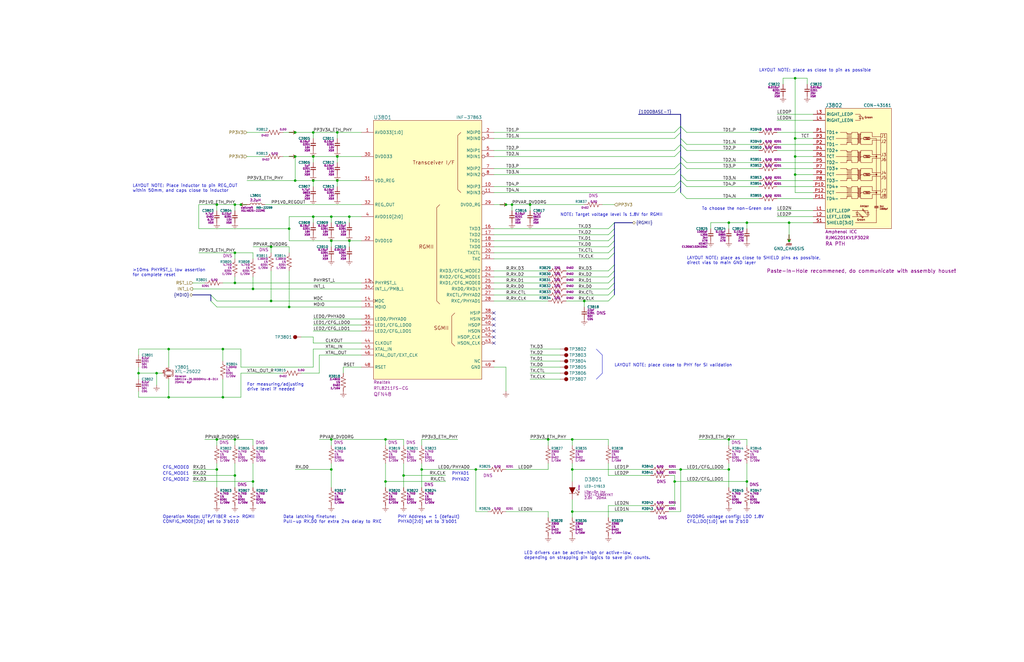
<source format=kicad_sch>
(kicad_sch (version 20231120) (generator "eeschema") (generator_version "8.0")
  (paper "B")
  (title_block (title "${PROJ}") (rev "${REV}") (company "${RPN}") (comment 1 "RJ45 Conn and PHY"))
  (junction (at 91.44 185.42))
  (junction (at 101.6 86.36))
  (junction (at 99.06 200.66))
  (junction (at 132.08 66.04))
  (junction (at 142.24 76.2))
  (junction (at 121.92 96.52))
  (junction (at 332.74 101.6))
  (junction (at 177.8 198.12))
  (junction (at 99.06 119.38))
  (junction (at 307.34 198.12))
  (junction (at 170.18 200.66))
  (junction (at 314.96 93.98))
  (junction (at 66.04 157.48))
  (junction (at 71.12 167.64))
  (junction (at 132.08 91.44))
  (junction (at 139.7 91.44))
  (junction (at 114.3 104.14))
  (junction (at 246.38 127))
  (junction (at 335.28 58.42))
  (junction (at 99.06 86.36))
  (junction (at 132.08 55.88))
  (junction (at 307.34 185.42))
  (junction (at 335.28 73.66))
  (junction (at 231.14 185.42))
  (junction (at 124.46 55.88))
  (junction (at 139.7 198.12))
  (junction (at 241.3 198.12))
  (junction (at 200.66 198.12))
  (junction (at 142.24 55.88))
  (junction (at 335.28 33.02))
  (junction (at 241.3 185.42))
  (junction (at 162.56 185.42))
  (junction (at 71.12 147.32))
  (junction (at 241.3 215.9))
  (junction (at 215.9 86.36))
  (junction (at 106.68 121.92))
  (junction (at 124.46 76.2))
  (junction (at 223.52 86.36))
  (junction (at 114.3 127))
  (junction (at 287.02 198.12))
  (junction (at 314.96 203.2))
  (junction (at 139.7 101.6))
  (junction (at 147.32 101.6))
  (junction (at 124.46 66.04))
  (junction (at 132.08 76.2))
  (junction (at 332.74 93.98))
  (junction (at 91.44 198.12))
  (junction (at 93.98 167.64))
  (junction (at 106.68 203.2))
  (junction (at 335.28 66.04))
  (junction (at 121.92 129.54))
  (junction (at 99.06 185.42))
  (junction (at 99.06 106.68))
  (junction (at 142.24 66.04))
  (junction (at 58.42 157.48))
  (junction (at 213.36 86.36))
  (junction (at 284.48 203.2))
  (junction (at 147.32 91.44))
  (junction (at 307.34 93.98))
  (junction (at 139.7 185.42))
  (junction (at 162.56 203.2))
  (junction (at 91.44 86.36))
  (junction (at 93.98 147.32))
  (no_connect (at 208.28 137.16))
  (no_connect (at 208.28 132.08))
  (no_connect (at 208.28 134.62))
  (no_connect (at 208.28 144.78))
  (no_connect (at 208.28 139.7))
  (no_connect (at 208.28 142.24))
  (bus_entry (at 256.54 124.46) (size 2.54 -2.54))
  (bus_entry (at 256.54 104.14) (size 2.54 -2.54))
  (bus_entry (at 284.48 63.5) (size 2.54 -2.54))
  (bus_entry (at 289.56 63.5) (size -2.54 -2.54))
  (bus_entry (at 284.48 73.66) (size 2.54 -2.54))
  (bus_entry (at 284.48 66.04) (size 2.54 -2.54))
  (bus_entry (at 256.54 127) (size 2.54 -2.54))
  (bus_entry (at 289.56 78.74) (size -2.54 -2.54))
  (bus_entry (at 256.54 99.06) (size 2.54 -2.54))
  (bus_entry (at 289.56 71.12) (size -2.54 -2.54))
  (bus_entry (at 256.54 106.68) (size 2.54 -2.54))
  (bus_entry (at 284.48 81.28) (size 2.54 -2.54))
  (bus_entry (at 91.44 129.54) (size -2.54 -2.54))
  (bus_entry (at 289.56 60.96) (size -2.54 -2.54))
  (bus_entry (at 256.54 96.52) (size 2.54 -2.54))
  (bus_entry (at 256.54 119.38) (size 2.54 -2.54))
  (bus_entry (at 256.54 109.22) (size 2.54 -2.54))
  (bus_entry (at 256.54 114.3) (size 2.54 -2.54))
  (bus_entry (at 284.48 58.42) (size 2.54 -2.54))
  (bus_entry (at 91.44 127) (size -2.54 -2.54))
  (bus_entry (at 284.48 71.12) (size 2.54 -2.54))
  (bus_entry (at 289.56 68.58) (size -2.54 -2.54))
  (bus_entry (at 256.54 116.84) (size 2.54 -2.54))
  (bus_entry (at 284.48 55.88) (size 2.54 -2.54))
  (bus_entry (at 289.56 76.2) (size -2.54 -2.54))
  (bus_entry (at 289.56 83.82) (size -2.54 -2.54))
  (bus_entry (at 289.56 55.88) (size -2.54 -2.54))
  (bus_entry (at 284.48 78.74) (size 2.54 -2.54))
  (bus_entry (at 256.54 101.6) (size 2.54 -2.54))
  (bus_entry (at 256.54 121.92) (size 2.54 -2.54))
  (wire (pts (xy 99.06 200.66) (xy 99.06 205.74)))
  (wire (pts (xy 314.96 203.2) (xy 314.96 205.74)))
  (wire (pts (xy 91.44 127) (xy 114.3 127)))
  (wire (pts (xy 91.44 195.58) (xy 91.44 198.12)))
  (wire (pts (xy 132.08 91.44) (xy 139.7 91.44)))
  (wire (pts (xy 71.12 147.32) (xy 71.12 154.94)))
  (wire (pts (xy 327.66 48.26) (xy 342.9 48.26)))
  (wire (pts (xy 208.28 109.22) (xy 256.54 109.22)))
  (wire (pts (xy 332.74 93.98) (xy 332.74 101.6)))
  (bus (pts (xy 259.08 93.98) (xy 259.08 96.52)))
  (wire (pts (xy 119.38 66.04) (xy 124.46 66.04)))
  (wire (pts (xy 177.8 198.12) (xy 177.8 205.74)))
  (wire (pts (xy 246.38 127) (xy 256.54 127)))
  (wire (pts (xy 256.54 185.42) (xy 256.54 187.96)))
  (wire (pts (xy 170.18 200.66) (xy 187.96 200.66)))
  (wire (pts (xy 147.32 101.6) (xy 147.32 104.14)))
  (wire (pts (xy 254 86.36) (xy 259.08 86.36)))
  (wire (pts (xy 238.76 121.92) (xy 256.54 121.92)))
  (wire (pts (xy 281.94 215.9) (xy 287.02 215.9)))
  (wire (pts (xy 106.68 104.14) (xy 114.3 104.14)))
  (wire (pts (xy 58.42 167.64) (xy 58.42 165.1)))
  (wire (pts (xy 241.3 185.42) (xy 241.3 187.96)))
  (wire (pts (xy 314.96 93.98) (xy 314.96 96.52)))
  (wire (pts (xy 139.7 101.6) (xy 147.32 101.6)))
  (wire (pts (xy 340.36 33.02) (xy 340.36 35.56)))
  (wire (pts (xy 104.14 66.04) (xy 111.76 66.04)))
  (wire (pts (xy 256.54 200.66) (xy 274.32 200.66)))
  (wire (pts (xy 58.42 167.64) (xy 71.12 167.64)))
  (wire (pts (xy 327.66 91.44) (xy 342.9 91.44)))
  (wire (pts (xy 289.56 76.2) (xy 320.04 76.2)))
  (wire (pts (xy 58.42 149.86) (xy 58.42 147.32)))
  (wire (pts (xy 134.62 185.42) (xy 139.7 185.42)))
  (wire (pts (xy 124.46 66.04) (xy 124.46 76.2)))
  (wire (pts (xy 241.3 215.9) (xy 274.32 215.9)))
  (bus (pts (xy 287.02 71.12) (xy 287.02 73.66)))
  (wire (pts (xy 132.08 76.2) (xy 132.08 78.74)))
  (wire (pts (xy 121.92 101.6) (xy 139.7 101.6)))
  (bus (pts (xy 259.08 96.52) (xy 259.08 99.06)))
  (wire (pts (xy 223.52 152.4) (xy 236.22 152.4)))
  (wire (pts (xy 132.08 76.2) (xy 142.24 76.2)))
  (wire (pts (xy 327.66 60.96) (xy 342.9 60.96)))
  (wire (pts (xy 111.76 86.36) (xy 152.4 86.36)))
  (wire (pts (xy 139.7 91.44) (xy 147.32 91.44)))
  (wire (pts (xy 289.56 71.12) (xy 320.04 71.12)))
  (wire (pts (xy 335.28 58.42) (xy 335.28 66.04)))
  (wire (pts (xy 142.24 66.04) (xy 142.24 68.58)))
  (wire (pts (xy 208.28 101.6) (xy 256.54 101.6)))
  (wire (pts (xy 335.28 81.28) (xy 342.9 81.28)))
  (wire (pts (xy 147.32 91.44) (xy 152.4 91.44)))
  (wire (pts (xy 327.66 88.9) (xy 342.9 88.9)))
  (wire (pts (xy 208.28 55.88) (xy 284.48 55.88)))
  (wire (pts (xy 208.28 58.42) (xy 284.48 58.42)))
  (wire (pts (xy 134.62 149.86) (xy 134.62 157.48)))
  (wire (pts (xy 121.92 104.14) (xy 121.92 106.68)))
  (wire (pts (xy 307.34 185.42) (xy 314.96 185.42)))
  (wire (pts (xy 99.06 185.42) (xy 99.06 187.96)))
  (wire (pts (xy 241.3 185.42) (xy 256.54 185.42)))
  (wire (pts (xy 208.28 154.94) (xy 213.36 154.94)))
  (wire (pts (xy 231.14 185.42) (xy 241.3 185.42)))
  (wire (pts (xy 208.28 127) (xy 231.14 127)))
  (wire (pts (xy 81.28 200.66) (xy 99.06 200.66)))
  (bus (pts (xy 287.02 58.42) (xy 287.02 60.96)))
  (wire (pts (xy 83.82 86.36) (xy 91.44 86.36)))
  (wire (pts (xy 200.66 215.9) (xy 205.74 215.9)))
  (wire (pts (xy 139.7 185.42) (xy 162.56 185.42)))
  (wire (pts (xy 93.98 119.38) (xy 99.06 119.38)))
  (bus (pts (xy 88.9 124.46) (xy 81.28 124.46)))
  (wire (pts (xy 104.14 55.88) (xy 111.76 55.88)))
  (bus (pts (xy 287.02 60.96) (xy 287.02 63.5)))
  (wire (pts (xy 289.56 60.96) (xy 320.04 60.96)))
  (wire (pts (xy 208.28 106.68) (xy 256.54 106.68)))
  (wire (pts (xy 327.66 71.12) (xy 342.9 71.12)))
  (wire (pts (xy 208.28 81.28) (xy 284.48 81.28)))
  (wire (pts (xy 213.36 198.12) (xy 231.14 198.12)))
  (wire (pts (xy 114.3 127) (xy 152.4 127)))
  (wire (pts (xy 124.46 198.12) (xy 139.7 198.12)))
  (bus (pts (xy 287.02 53.34) (xy 287.02 55.88)))
  (wire (pts (xy 139.7 91.44) (xy 139.7 93.98)))
  (wire (pts (xy 132.08 139.7) (xy 152.4 139.7)))
  (wire (pts (xy 142.24 55.88) (xy 142.24 58.42)))
  (wire (pts (xy 284.48 203.2) (xy 284.48 213.36)))
  (wire (pts (xy 139.7 185.42) (xy 139.7 187.96)))
  (wire (pts (xy 238.76 119.38) (xy 256.54 119.38)))
  (wire (pts (xy 71.12 147.32) (xy 93.98 147.32)))
  (wire (pts (xy 223.52 86.36) (xy 246.38 86.36)))
  (wire (pts (xy 99.06 195.58) (xy 99.06 200.66)))
  (wire (pts (xy 335.28 33.02) (xy 335.28 58.42)))
  (wire (pts (xy 335.28 66.04) (xy 335.28 73.66)))
  (wire (pts (xy 121.92 96.52) (xy 121.92 101.6)))
  (wire (pts (xy 93.98 147.32) (xy 93.98 152.4)))
  (wire (pts (xy 281.94 198.12) (xy 287.02 198.12)))
  (wire (pts (xy 284.48 200.66) (xy 284.48 203.2)))
  (wire (pts (xy 101.6 86.36) (xy 104.14 86.36)))
  (wire (pts (xy 170.18 200.66) (xy 170.18 205.74)))
  (wire (pts (xy 335.28 73.66) (xy 342.9 73.66)))
  (bus (pts (xy 287.02 73.66) (xy 287.02 76.2)))
  (wire (pts (xy 208.28 78.74) (xy 284.48 78.74)))
  (bus (pts (xy 259.08 119.38) (xy 259.08 121.92)))
  (wire (pts (xy 99.06 106.68) (xy 106.68 106.68)))
  (wire (pts (xy 162.56 203.2) (xy 187.96 203.2)))
  (wire (pts (xy 177.8 195.58) (xy 177.8 198.12)))
  (wire (pts (xy 86.36 185.42) (xy 91.44 185.42)))
  (wire (pts (xy 162.56 185.42) (xy 162.56 187.96)))
  (wire (pts (xy 241.3 198.12) (xy 241.3 203.2)))
  (wire (pts (xy 81.28 198.12) (xy 91.44 198.12)))
  (bus (pts (xy 287.02 66.04) (xy 287.02 68.58)))
  (bus (pts (xy 287.02 78.74) (xy 287.02 81.28)))
  (wire (pts (xy 223.52 157.48) (xy 236.22 157.48)))
  (wire (pts (xy 284.48 203.2) (xy 314.96 203.2)))
  (polyline (pts (xy 251.46 147.32) (xy 254 149.86)))
  (wire (pts (xy 307.34 93.98) (xy 314.96 93.98)))
  (wire (pts (xy 121.92 91.44) (xy 121.92 96.52)))
  (wire (pts (xy 327.66 55.88) (xy 342.9 55.88)))
  (wire (pts (xy 281.94 213.36) (xy 284.48 213.36)))
  (wire (pts (xy 241.3 215.9) (xy 241.3 218.44)))
  (wire (pts (xy 177.8 185.42) (xy 177.8 187.96)))
  (wire (pts (xy 106.68 116.84) (xy 106.68 121.92)))
  (bus (pts (xy 88.9 124.46) (xy 88.9 127)))
  (wire (pts (xy 132.08 134.62) (xy 152.4 134.62)))
  (wire (pts (xy 147.32 101.6) (xy 152.4 101.6)))
  (wire (pts (xy 289.56 83.82) (xy 320.04 83.82)))
  (wire (pts (xy 66.04 157.48) (xy 68.58 157.48)))
  (wire (pts (xy 99.06 86.36) (xy 101.6 86.36)))
  (wire (pts (xy 208.28 73.66) (xy 284.48 73.66)))
  (wire (pts (xy 81.28 203.2) (xy 106.68 203.2)))
  (wire (pts (xy 132.08 147.32) (xy 152.4 147.32)))
  (wire (pts (xy 91.44 129.54) (xy 121.92 129.54)))
  (bus (pts (xy 259.08 111.76) (xy 259.08 114.3)))
  (wire (pts (xy 142.24 76.2) (xy 152.4 76.2)))
  (bus (pts (xy 259.08 106.68) (xy 259.08 111.76)))
  (wire (pts (xy 200.66 198.12) (xy 200.66 215.9)))
  (wire (pts (xy 83.82 106.68) (xy 99.06 106.68)))
  (wire (pts (xy 223.52 88.9) (xy 223.52 86.36)))
  (wire (pts (xy 289.56 68.58) (xy 320.04 68.58)))
  (wire (pts (xy 121.92 129.54) (xy 152.4 129.54)))
  (wire (pts (xy 314.96 195.58) (xy 314.96 203.2)))
  (wire (pts (xy 162.56 185.42) (xy 170.18 185.42)))
  (bus (pts (xy 287.02 76.2) (xy 287.02 78.74)))
  (wire (pts (xy 106.68 195.58) (xy 106.68 203.2)))
  (wire (pts (xy 208.28 104.14) (xy 256.54 104.14)))
  (wire (pts (xy 289.56 78.74) (xy 320.04 78.74)))
  (wire (pts (xy 208.28 119.38) (xy 231.14 119.38)))
  (wire (pts (xy 256.54 195.58) (xy 256.54 200.66)))
  (wire (pts (xy 101.6 147.32) (xy 101.6 154.94)))
  (wire (pts (xy 231.14 215.9) (xy 231.14 218.44)))
  (wire (pts (xy 58.42 154.94) (xy 58.42 157.48)))
  (bus (pts (xy 259.08 116.84) (xy 259.08 119.38)))
  (wire (pts (xy 208.28 71.12) (xy 284.48 71.12)))
  (wire (pts (xy 215.9 88.9) (xy 215.9 86.36)))
  (wire (pts (xy 132.08 144.78) (xy 152.4 144.78)))
  (bus (pts (xy 259.08 93.98) (xy 266.7 93.98)))
  (wire (pts (xy 142.24 76.2) (xy 142.24 78.74)))
  (wire (pts (xy 81.28 119.38) (xy 86.36 119.38)))
  (wire (pts (xy 91.44 185.42) (xy 91.44 187.96)))
  (wire (pts (xy 208.28 86.36) (xy 213.36 86.36)))
  (wire (pts (xy 208.28 124.46) (xy 231.14 124.46)))
  (wire (pts (xy 127 142.24) (xy 132.08 142.24)))
  (wire (pts (xy 142.24 66.04) (xy 152.4 66.04)))
  (wire (pts (xy 132.08 55.88) (xy 132.08 58.42)))
  (wire (pts (xy 81.28 121.92) (xy 106.68 121.92)))
  (wire (pts (xy 132.08 137.16) (xy 152.4 137.16)))
  (wire (pts (xy 256.54 213.36) (xy 274.32 213.36)))
  (wire (pts (xy 101.6 157.48) (xy 119.38 157.48)))
  (wire (pts (xy 114.3 114.3) (xy 114.3 127)))
  (wire (pts (xy 332.74 93.98) (xy 342.9 93.98)))
  (wire (pts (xy 119.38 55.88) (xy 124.46 55.88)))
  (wire (pts (xy 208.28 96.52) (xy 256.54 96.52)))
  (wire (pts (xy 58.42 160.02) (xy 58.42 157.48)))
  (wire (pts (xy 132.08 66.04) (xy 132.08 68.58)))
  (wire (pts (xy 281.94 200.66) (xy 284.48 200.66)))
  (polyline (pts (xy 251.46 160.02) (xy 254 157.48)))
  (wire (pts (xy 327.66 83.82) (xy 342.9 83.82)))
  (wire (pts (xy 208.28 116.84) (xy 231.14 116.84)))
  (wire (pts (xy 124.46 66.04) (xy 132.08 66.04)))
  (polyline (pts (xy 254 149.86) (xy 254 157.48)))
  (wire (pts (xy 223.52 86.36) (xy 215.9 86.36)))
  (wire (pts (xy 147.32 91.44) (xy 147.32 93.98)))
  (wire (pts (xy 58.42 157.48) (xy 66.04 157.48)))
  (wire (pts (xy 139.7 101.6) (xy 139.7 104.14)))
  (wire (pts (xy 238.76 114.3) (xy 256.54 114.3)))
  (wire (pts (xy 121.92 91.44) (xy 132.08 91.44)))
  (wire (pts (xy 132.08 66.04) (xy 142.24 66.04)))
  (wire (pts (xy 200.66 198.12) (xy 205.74 198.12)))
  (bus (pts (xy 287.02 63.5) (xy 287.02 66.04)))
  (wire (pts (xy 83.82 86.36) (xy 83.82 96.52)))
  (wire (pts (xy 93.98 160.02) (xy 93.98 167.64)))
  (wire (pts (xy 121.92 114.3) (xy 121.92 129.54)))
  (wire (pts (xy 124.46 55.88) (xy 132.08 55.88)))
  (bus (pts (xy 287.02 48.26) (xy 287.02 53.34)))
  (wire (pts (xy 99.06 106.68) (xy 99.06 109.22)))
  (wire (pts (xy 327.66 50.8) (xy 342.9 50.8)))
  (wire (pts (xy 132.08 147.32) (xy 132.08 154.94)))
  (bus (pts (xy 259.08 114.3) (xy 259.08 116.84)))
  (wire (pts (xy 177.8 198.12) (xy 200.66 198.12)))
  (wire (pts (xy 307.34 185.42) (xy 307.34 187.96)))
  (wire (pts (xy 91.44 86.36) (xy 91.44 88.9)))
  (wire (pts (xy 256.54 213.36) (xy 256.54 218.44)))
  (wire (pts (xy 134.62 149.86) (xy 152.4 149.86)))
  (bus (pts (xy 259.08 99.06) (xy 259.08 101.6)))
  (wire (pts (xy 299.72 93.98) (xy 299.72 96.52)))
  (wire (pts (xy 170.18 185.42) (xy 170.18 187.96)))
  (wire (pts (xy 287.02 198.12) (xy 307.34 198.12)))
  (wire (pts (xy 241.3 195.58) (xy 241.3 198.12)))
  (wire (pts (xy 83.82 96.52) (xy 121.92 96.52)))
  (wire (pts (xy 93.98 167.64) (xy 101.6 167.64)))
  (wire (pts (xy 223.52 185.42) (xy 231.14 185.42)))
  (wire (pts (xy 99.06 116.84) (xy 99.06 119.38)))
  (wire (pts (xy 208.28 63.5) (xy 284.48 63.5)))
  (wire (pts (xy 106.68 106.68) (xy 106.68 109.22)))
  (wire (pts (xy 294.64 185.42) (xy 307.34 185.42)))
  (wire (pts (xy 91.44 185.42) (xy 99.06 185.42)))
  (bus (pts (xy 287.02 55.88) (xy 287.02 58.42)))
  (wire (pts (xy 139.7 198.12) (xy 139.7 205.74)))
  (bus (pts (xy 259.08 101.6) (xy 259.08 104.14)))
  (wire (pts (xy 99.06 185.42) (xy 106.68 185.42)))
  (wire (pts (xy 213.36 86.36) (xy 215.9 86.36)))
  (wire (pts (xy 162.56 195.58) (xy 162.56 203.2)))
  (wire (pts (xy 241.3 210.82) (xy 241.3 215.9)))
  (wire (pts (xy 162.56 203.2) (xy 162.56 205.74)))
  (wire (pts (xy 127 157.48) (xy 134.62 157.48)))
  (wire (pts (xy 66.04 157.48) (xy 66.04 162.56)))
  (wire (pts (xy 330.2 33.02) (xy 330.2 35.56)))
  (wire (pts (xy 327.66 78.74) (xy 342.9 78.74)))
  (wire (pts (xy 307.34 93.98) (xy 299.72 93.98)))
  (wire (pts (xy 91.44 86.36) (xy 99.06 86.36)))
  (bus (pts (xy 259.08 104.14) (xy 259.08 106.68)))
  (wire (pts (xy 213.36 215.9) (xy 231.14 215.9)))
  (wire (pts (xy 91.44 198.12) (xy 91.44 205.74)))
  (wire (pts (xy 99.06 119.38) (xy 152.4 119.38)))
  (wire (pts (xy 335.28 73.66) (xy 335.28 81.28)))
  (wire (pts (xy 213.36 154.94) (xy 213.36 165.1)))
  (bus (pts (xy 287.02 68.58) (xy 287.02 71.12)))
  (wire (pts (xy 121.92 104.14) (xy 114.3 104.14)))
  (wire (pts (xy 177.8 185.42) (xy 193.04 185.42)))
  (wire (pts (xy 223.52 149.86) (xy 236.22 149.86)))
  (wire (pts (xy 223.52 154.94) (xy 236.22 154.94)))
  (wire (pts (xy 246.38 129.54) (xy 246.38 127)))
  (wire (pts (xy 208.28 114.3) (xy 231.14 114.3)))
  (wire (pts (xy 132.08 142.24) (xy 132.08 144.78)))
  (wire (pts (xy 106.68 121.92) (xy 152.4 121.92)))
  (wire (pts (xy 144.78 154.94) (xy 152.4 154.94)))
  (wire (pts (xy 144.78 154.94) (xy 144.78 157.48)))
  (wire (pts (xy 104.14 76.2) (xy 124.46 76.2)))
  (wire (pts (xy 327.66 76.2) (xy 342.9 76.2)))
  (wire (pts (xy 114.3 106.68) (xy 114.3 104.14)))
  (wire (pts (xy 335.28 58.42) (xy 342.9 58.42)))
  (wire (pts (xy 327.66 68.58) (xy 342.9 68.58)))
  (wire (pts (xy 231.14 185.42) (xy 231.14 187.96)))
  (wire (pts (xy 93.98 147.32) (xy 101.6 147.32)))
  (wire (pts (xy 314.96 185.42) (xy 314.96 187.96)))
  (wire (pts (xy 231.14 195.58) (xy 231.14 198.12)))
  (wire (pts (xy 106.68 203.2) (xy 106.68 205.74)))
  (wire (pts (xy 142.24 55.88) (xy 152.4 55.88)))
  (wire (pts (xy 101.6 157.48) (xy 101.6 167.64)))
  (wire (pts (xy 307.34 93.98) (xy 307.34 96.52)))
  (wire (pts (xy 208.28 66.04) (xy 284.48 66.04)))
  (wire (pts (xy 223.52 160.02) (xy 236.22 160.02)))
  (wire (pts (xy 132.08 91.44) (xy 132.08 93.98)))
  (wire (pts (xy 58.42 147.32) (xy 71.12 147.32)))
  (wire (pts (xy 223.52 147.32) (xy 236.22 147.32)))
  (wire (pts (xy 170.18 195.58) (xy 170.18 200.66)))
  (wire (pts (xy 71.12 160.02) (xy 71.12 167.64)))
  (wire (pts (xy 139.7 195.58) (xy 139.7 198.12)))
  (bus (pts (xy 259.08 121.92) (xy 259.08 124.46)))
  (wire (pts (xy 289.56 63.5) (xy 320.04 63.5)))
  (wire (pts (xy 289.56 55.88) (xy 320.04 55.88)))
  (wire (pts (xy 238.76 116.84) (xy 256.54 116.84)))
  (wire (pts (xy 314.96 93.98) (xy 332.74 93.98)))
  (wire (pts (xy 287.02 198.12) (xy 287.02 215.9)))
  (wire (pts (xy 238.76 124.46) (xy 256.54 124.46)))
  (wire (pts (xy 124.46 76.2) (xy 132.08 76.2)))
  (wire (pts (xy 330.2 33.02) (xy 335.28 33.02)))
  (wire (pts (xy 307.34 195.58) (xy 307.34 198.12)))
  (wire (pts (xy 327.66 63.5) (xy 342.9 63.5)))
  (wire (pts (xy 307.34 198.12) (xy 307.34 205.74)))
  (wire (pts (xy 335.28 66.04) (xy 342.9 66.04)))
  (wire (pts (xy 208.28 99.06) (xy 256.54 99.06)))
  (wire (pts (xy 335.28 33.02) (xy 340.36 33.02)))
  (wire (pts (xy 71.12 167.64) (xy 93.98 167.64)))
  (wire (pts (xy 238.76 127) (xy 246.38 127)))
  (wire (pts (xy 208.28 121.92) (xy 231.14 121.92)))
  (wire (pts (xy 101.6 154.94) (xy 132.08 154.94)))
  (wire (pts (xy 106.68 185.42) (xy 106.68 187.96)))
  (bus (pts (xy 269.24 48.26) (xy 287.02 48.26)))
  (wire (pts (xy 99.06 86.36) (xy 99.06 88.9)))
  (wire (pts (xy 132.08 55.88) (xy 142.24 55.88)))
  (wire (pts (xy 241.3 198.12) (xy 274.32 198.12)))
  (text "Operation Mode: UTP/FIBER <=> RGMII\nCONFIG_MODE[2:0] set to 3'b010" (at 68.58 220.98 0) (effects (font (size 1.27 1.27)) (justify left bottom)))
  (text "For measuring/adjusting \ndrive level if needed" (at 104.14 165.1 0) (effects (font (size 1.27 1.27)) (justify left bottom)))
  (text "LAYOUT NOTE: place as close to SHIELD pins as possible,\ndirect vias to main GND layer" (at 289.56 111.76 0) (effects (font (size 1.27 1.27)) (justify left bottom)))
  (text "PHY Address = 1 (default)\nPHYAD[2:0] set to 3'b001" (at 167.64 220.98 0) (effects (font (size 1.27 1.27)) (justify left bottom)))
  (text "LAYOUT NOTE: place as close to pin as possible" (at 320.04 30.48 0) (effects (font (size 1.27 1.27)) (justify left bottom)))
  (text "CFG_MODE2" (at 68.58 203.2 0) (effects (font (size 1.27 1.27)) (justify left bottom)))
  (text "To choose the non-Green one" (at 295.91 88.9 0) (effects (font (size 1.27 1.27)) (justify left bottom)))
  (text "PHYAD2" (at 190.5 203.2 0) (effects (font (size 1.27 1.27)) (justify left bottom)))
  (text "PHYAD1" (at 190.5 200.66 0) (effects (font (size 1.27 1.27)) (justify left bottom)))
  (text "LAYOUT NOTE: Place inductor to pin REG_OUT \nwithin 50mm, and caps close to inductor" (at 55.88 81.28 0) (effects (font (size 1.27 1.27)) (justify left bottom)))
  (text "DVDDRG voltage config: LDO 1.8V\nCFG_LDO[1:0] set to 2'b10" (at 289.56 220.98 0) (effects (font (size 1.27 1.27)) (justify left bottom)))
  (text "CFG_MODE0" (at 68.58 198.12 0) (effects (font (size 1.27 1.27)) (justify left bottom)))
  (text "LED drivers can be active-high or active-low, \ndepending on strapping pin logics to save pin counts." (at 220.98 236.22 0) (effects (font (size 1.27 1.27)) (justify left bottom)))
  (text "NOTE: Target voltage level is 1.8V for RGMII" (at 236.22 91.44 0) (effects (font (size 1.27 1.27)) (justify left bottom)))
  (text "Data latching finetune:\nPull-up RX.D0 for extra 2ns delay to RXC" (at 119.38 220.98 0) (effects (font (size 1.27 1.27)) (justify left bottom)))
  (text ">10ms PHYRST_L low assertion \nfor complete reset" (at 55.88 116.84 0) (effects (font (size 1.27 1.27)) (justify left bottom)))
  (text "CFG_MODE1" (at 68.58 200.66 0) (effects (font (size 1.27 1.27)) (justify left bottom)))
  (text "LAYOUT NOTE: place close to PHY for SI validation" (at 259.08 154.94 0) (effects (font (size 1.27 1.27)) (justify left bottom)))
  (label "TX.D3" (at 223.52 147.32 0))
  (label "CLKOUT" (at 137.16 144.78 0))
  (label "TD3.N" (at 304.8 76.2 0))
  (label "PP3V3_ETH_PHY" (at 193.04 185.42 180))
  (label "LED0P" (at 327.66 48.26 0))
  (label "PP3V3A_ETH_PHY" (at 132.08 55.88 0))
  (label "TD4.N" (at 304.8 83.82 0))
  (label "TX.D2" (at 223.52 149.86 0))
  (label "RX.D3" (at 81.28 203.2 0))
  (label "LED0P" (at 218.44 198.12 0))
  (label "TD3.P" (at 304.8 71.12 0))
  (label "TX.CTL" (at 243.84 106.68 0))
  (label "LED2P" (at 259.08 200.66 0))
  (label "{1000BASE-T}" (at 269.24 48.26 0))
  (label "PPVAR_DVDDRG" (at 106.68 104.14 0))
  (label "INT_L" (at 132.08 121.92 0))
  (label "RX.D2" (at 81.28 200.66 0))
  (label "XTAL_OUT_R" (at 104.14 157.48 0))
  (label "MDIO" (at 132.08 129.54 0))
  (label "LED2{slash}CFG_LDO1" (at 289.56 203.2 0))
  (label "XTAL_IN" (at 137.16 147.32 0))
  (label "R.RX.D3" (at 213.36 114.3 0))
  (label "TD4.N" (at 213.36 81.28 0))
  (label "PPVAR_DVDDRG" (at 215.9 86.36 0))
  (label "LED2{slash}CFG_LDO1" (at 132.08 139.7 0))
  (label "RX.D2" (at 243.84 116.84 0))
  (label "R.RX.D2" (at 213.36 116.84 0))
  (label "TX.CLK" (at 223.52 160.02 0))
  (label "PHYRST_L" (at 132.08 119.38 0))
  (label "PP3V3_ETH_PHY" (at 223.52 185.42 0))
  (label "RX.CTL" (at 187.96 203.2 180))
  (label "LED0N" (at 218.44 215.9 0))
  (label "TX.D2" (at 243.84 99.06 0))
  (label "TD2.N" (at 213.36 66.04 0))
  (label "TX.D1" (at 223.52 152.4 0))
  (label "RX.D0" (at 243.84 121.92 0))
  (label "PPVAR_DVDDRG" (at 86.36 185.42 0))
  (label "LED0{slash}PHYAD0" (at 132.08 134.62 0))
  (label "RX.D1" (at 81.28 198.12 0))
  (label "LED1{slash}CFG_LDO0" (at 132.08 137.16 0))
  (label "PPVAR_DVDDRG" (at 134.62 185.42 0))
  (label "MDC" (at 132.08 127 0))
  (label "LED0{slash}PHYAD0" (at 198.12 198.12 180))
  (label "PP1V0_ETH_PHY" (at 83.82 86.36 0))
  (label "RSET" (at 144.78 154.94 0))
  (label "TX.CTL" (at 223.52 157.48 0))
  (label "PP3V3_ETH_PHY" (at 104.14 76.2 0))
  (label "RX.D0" (at 124.46 198.12 0))
  (label "R.RX.D1" (at 213.36 119.38 0))
  (label "R.RX.CTL" (at 213.36 124.46 0))
  (label "TD2.P" (at 213.36 63.5 0))
  (label "LED1N" (at 259.08 215.9 0))
  (label "TD3.N" (at 213.36 73.66 0))
  (label "RX.D1" (at 243.84 119.38 0))
  (label "LED2N" (at 327.66 88.9 0))
  (label "TX.D1" (at 243.84 101.6 0))
  (label "R.RX.D0" (at 213.36 121.92 0))
  (label "TD2.N" (at 304.8 68.58 0))
  (label "TD1.N" (at 304.8 60.96 0))
  (label "RX.CLK" (at 187.96 200.66 180))
  (label "PP3V3_ETH_PHY" (at 83.82 106.68 0))
  (label "TX.D0" (at 243.84 104.14 0))
  (label "TCT" (at 337.82 58.42 0))
  (label "LED1P" (at 259.08 198.12 0))
  (label "TD1.P" (at 213.36 55.88 0))
  (label "TD4.P" (at 304.8 78.74 0))
  (label "RX.CTL" (at 243.84 124.46 0))
  (label "LED2N" (at 259.08 213.36 0))
  (label "LED1{slash}CFG_LDO0" (at 289.56 198.12 0))
  (label "R.RX.CLK" (at 213.36 127 0))
  (label "TD1.N" (at 213.36 58.42 0))
  (label "TD2.P" (at 304.8 63.5 0))
  (label "RX.D3" (at 243.84 114.3 0))
  (label "LED0N" (at 327.66 50.8 0))
  (label "RX.CLK" (at 243.84 127 0))
  (label "TX.D0" (at 223.52 154.94 0))
  (label "LED2P" (at 327.66 91.44 0))
  (label "XTAL_OUT" (at 137.16 149.86 0))
  (label "TX.D3" (at 243.84 96.52 0))
  (label "TD4.P" (at 213.36 78.74 0))
  (label "TD1.P" (at 304.8 55.88 0))
  (label "TX.CLK" (at 243.84 109.22 0))
  (label "PP3V3_ETH_PHY" (at 294.64 185.42 0))
  (label "TD3.P" (at 213.36 71.12 0))
  (label "PP1V0_REGOUT" (at 114.3 86.36 0))
  (hierarchical_label "PP3V3" (shape input) (at 104.14 55.88 180))
  (hierarchical_label "{MDIO}" (shape bidirectional) (at 81.28 124.46 180))
  (hierarchical_label "{RGMII}" (shape bidirectional) (at 266.7 93.98 0))
  (hierarchical_label "INT_L" (shape output) (at 81.28 121.92 180))
  (hierarchical_label "PP3V3" (shape input) (at 104.14 66.04 180))
  (hierarchical_label "RST_L" (shape input) (at 81.28 119.38 180))
  (hierarchical_label "PP3V3" (shape input) (at 259.08 86.36 0))
  (symbol (lib_id "Resistors:RES-2220B") (at 234.95 124.46 90) (unit 1)
    (property "Reference" "R3833" (at 227.33 123.19 90) (effects (font (size 1 1)) (justify right)))
    (property "Value" "RES-2220B" (effects (hide yes)))
    (property "Description" "RES, 22Ω, 1%, 0402, 1/16W, <100V, 0.40mm" (effects (hide yes)))
    (property "val" "22Ω" (at 233.68 123.19 90) (effects (font (size 0.8 0.8)) (justify right)))
    (property "tol" "1%" (effects (hide yes)))
    (property "Sim.Device" "R" (effects (hide yes)))
    (property "pkg" "0402" (at 238.76 123.19 90) (effects (font (size 0.8 0.8)) (justify right)))
    (property "Sim.Pins" "1=+ 2=-" (effects (hide yes)))
    (property "pwr" "1/16W" (effects (hide yes)))
    (property "Sim.Params" "r=\"${val}\"" (effects (hide yes)))
    (property "height" "0.40mm" (effects (hide yes)))
  )
  (symbol (lib_id "LEDs:LED-1Y613") (at 241.3 207.01 270) (unit 1)
    (property "Reference" "D3801" (at 246.38 203.2 90) (effects (font (size 1.524 1.524)) (justify left bottom)))
    (property "Value" "LED-1Y613" (at 246.38 205.74 90) (effects (font (size 1 1)) (justify left bottom)))
    (property "Datasheet" "https://optoelectronics.liteon.com/upload/download/DS-22-99-0192/LTST-C190KYKT.PDF" (effects (hide yes)))
    (property "Description" "LED, yellow, 20mA@2V, 18mcd over 130°, 0603" (effects (hide yes)))
    (property "height" "0.8mm" (effects (hide yes)))
    (property "color" "Yellow" (at 243.84 207.01 0) (effects (font (size 0.5 0.5)) (justify right bottom)))
    (property "amps" "20mA" (at 251.46 209.55 90) (effects (font (size 1 1)) (justify left top)))
    (property "Vf" "2.0V" (at 246.38 209.55 90) (effects (font (size 1 1)) (justify left top)))
    (property "mfr" "Lite-On Inc" (at 246.38 207.01 90) (effects (font (size 1 1)) (justify left top)))
    (property "mpn" "LTST-C190KYKT" (at 246.38 208.28 90) (effects (font (size 1 1)) (justify left top)))
    (property "pkg" "0603" (effects (hide yes)))
  )
  (symbol (lib_id "Power:GND") (at 99.06 93.98 0) (unit 1) (in_bom no) (on_board no)
    (property "Reference" "#PWR03804" (effects (hide yes)))
    (property "Value" "GND" (effects (hide yes)))
    (property "Description" "Power symbol creates a global label with name \"GND\"" (effects (hide yes)))
  )
  (symbol (lib_id "Inductors:IND-22259") (at 107.95 86.36 0) (unit 1)
    (property "Reference" "L3801" (at 105.41 82.55 0) (effects (font (size 1 1)) (justify left)))
    (property "Value" "IND-22259" (at 107.95 87.63 0) (effects (font (size 0.8 0.8)) (justify left)))
    (property "Datasheet" "https://www.coilcraft.com/getmedia/68c6d53c-572d-430a-a300-0b846e02622d/xgl4025.pdf" (effects (hide yes)))
    (property "Description" "Inductor, 2.2µH, 9.0A, 14.7mΩ, 4.0x4.0mm" (effects (hide yes)))
    (property "val" "2.2µH" (at 105.41 84.455 0) (effects (font (size 1 1)) (justify left)))
    (property "Sim.Device" "L" (effects (hide yes)))
    (property "Sim.Pins" "1=+ 2=-" (effects (hide yes)))
    (property "Isat" "6.3A@30%" (effects (hide yes)))
    (property "Imax" "9.0A" (effects (hide yes)))
    (property "Sim.Params" "l=\"${val}\"" (effects (hide yes)))
    (property "height" "2.5mm" (effects (hide yes)))
    (property "mfr" "coilcraft" (at 101.6 87.63 0) (effects (font (size 0.8 0.8)) (justify left)))
    (property "mpn" "XGL4025-222ME" (at 101.6 88.9 0) (effects (font (size 0.8 0.8)) (justify left)))
    (property "pkg" "4.0x4.0mm" (effects (hide yes)))
    (property "tol" "20%" (effects (hide yes)))
    (property "dcr" "14.7mΩ" (effects (hide yes)))
  )
  (symbol (lib_id "Mechanical:TST-01025") (at 127 142.24 0) (mirror y) (unit 1) (in_bom no)
    (property "Reference" "TP3801" (at 123.19 142.24 0) (effects (justify left)))
    (property "Value" "TST-01025" (effects (hide yes)))
    (property "Description" "Test point, 25mils" (effects (hide yes)))
  )
  (symbol (lib_id "Power:PWR_FLAG") (at 101.6 86.36 0) (mirror y) (unit 1) (in_bom no) (on_board no)
    (property "Reference" "#FLG03801" (effects (hide yes)))
    (property "Value" "PWR_FLAG" (effects (hide yes)))
    (property "Description" "Special symbol for telling ERC where power comes from" (effects (hide yes)))
  )
  (symbol (lib_id "Resistors:RES-0000A") (at 278.13 198.12 90) (unit 1)
    (property "Reference" "R3840" (at 270.51 196.85 90) (effects (font (size 1 1)) (justify right)))
    (property "Value" "RES-0000A" (effects (hide yes)))
    (property "Description" "RES, 0.0Ω, <50mΩ, 0201, 0.5A, <1A, 0.26mm" (effects (hide yes)))
    (property "val" "0.0Ω" (at 276.86 196.85 90) (effects (font (size 0.8 0.8)) (justify right)))
    (property "tol" "<50mΩ" (effects (hide yes)))
    (property "Sim.Device" "R" (effects (hide yes)))
    (property "pkg" "0201" (at 281.94 196.85 90) (effects (font (size 0.8 0.8)) (justify right)))
    (property "Sim.Pins" "1=+ 2=-" (effects (hide yes)))
    (property "pwr" "0.5A" (effects (hide yes)))
    (property "Sim.Params" "r=\"${val}\"" (effects (hide yes)))
    (property "height" "0.26mm" (effects (hide yes)))
  )
  (symbol (lib_id "Resistors:RES-0000A") (at 323.85 68.58 90) (unit 1)
    (property "Reference" "R3851" (at 316.23 67.31 90) (effects (font (size 1 1)) (justify right)))
    (property "Value" "RES-0000A" (effects (hide yes)))
    (property "Description" "RES, 0.0Ω, <50mΩ, 0201, 0.5A, <1A, 0.26mm" (effects (hide yes)))
    (property "val" "0.0Ω" (at 322.58 67.31 90) (effects (font (size 0.8 0.8)) (justify right)))
    (property "tol" "<50mΩ" (effects (hide yes)))
    (property "Sim.Device" "R" (effects (hide yes)))
    (property "pkg" "0201" (at 326.39 67.31 90) (effects (font (size 0.8 0.8)) (justify right)))
    (property "Sim.Pins" "1=+ 2=-" (effects (hide yes)))
    (property "pwr" "0.5A" (effects (hide yes)))
    (property "Sim.Params" "r=\"${val}\"" (effects (hide yes)))
    (property "height" "0.26mm" (effects (hide yes)))
  )
  (symbol (lib_id "Resistors:RES-4470A") (at 106.68 113.03 0) (mirror y) (unit 1)
    (property "Reference" "R3808" (at 105.41 110.49 0) (effects (font (size 1 1)) (justify left)))
    (property "Value" "RES-4470A" (effects (hide yes)))
    (property "Description" "RES, 4.7KΩ, 1%, 0201, 1/20W, <50V, 0.26mm" (effects (hide yes)))
    (property "val" "4.7KΩ" (at 105.41 111.76 0) (effects (font (size 0.8 0.8)) (justify left)))
    (property "tol" "1%" (at 105.41 113.03 0) (effects (font (size 0.8 0.8)) (justify left)))
    (property "Sim.Device" "R" (effects (hide yes)))
    (property "pkg" "0201" (at 105.41 114.3 0) (effects (font (size 0.8 0.8)) (justify left)))
    (property "Sim.Pins" "1=+ 2=-" (effects (hide yes)))
    (property "pwr" "1/20W" (at 105.41 115.57 0) (effects (font (size 0.8 0.8)) (justify left)))
    (property "Sim.Params" "r=\"${val}\"" (effects (hide yes)))
    (property "height" "0.26mm" (effects (hide yes)))
  )
  (symbol (lib_id "Resistors:RES-2220B") (at 234.95 114.3 90) (unit 1)
    (property "Reference" "R3829" (at 227.33 113.03 90) (effects (font (size 1 1)) (justify right)))
    (property "Value" "RES-2220B" (effects (hide yes)))
    (property "Description" "RES, 22Ω, 1%, 0402, 1/16W, <100V, 0.40mm" (effects (hide yes)))
    (property "val" "22Ω" (at 233.68 113.03 90) (effects (font (size 0.8 0.8)) (justify right)))
    (property "tol" "1%" (effects (hide yes)))
    (property "Sim.Device" "R" (effects (hide yes)))
    (property "pkg" "0402" (at 238.76 113.03 90) (effects (font (size 0.8 0.8)) (justify right)))
    (property "Sim.Pins" "1=+ 2=-" (effects (hide yes)))
    (property "pwr" "1/16W" (effects (hide yes)))
    (property "Sim.Params" "r=\"${val}\"" (effects (hide yes)))
    (property "height" "0.40mm" (effects (hide yes)))
  )
  (symbol (lib_id "Power:GND") (at 142.24 73.66 0) (unit 1) (in_bom no) (on_board no)
    (property "Reference" "#PWR03815" (effects (hide yes)))
    (property "Value" "GND" (effects (hide yes)))
    (property "Description" "Power symbol creates a global label with name \"GND\"" (effects (hide yes)))
  )
  (symbol (lib_id "Power:GND") (at 307.34 101.6 0) (unit 1) (in_bom no) (on_board no)
    (property "Reference" "#PWR03838" (effects (hide yes)))
    (property "Value" "GND" (effects (hide yes)))
    (property "Description" "Power symbol creates a global label with name \"GND\"" (effects (hide yes)))
  )
  (symbol (lib_id "Resistors:RES-0000B") (at 115.57 66.04 90) (unit 1)
    (property "Reference" "R3813" (at 107.95 64.77 90) (effects (font (size 1 1)) (justify right)))
    (property "Value" "RES-0000B" (effects (hide yes)))
    (property "Description" "RES, 0.0Ω, <20mΩ, 0402, 1.5A, <2A, 0.40mm" (effects (hide yes)))
    (property "val" "0.0Ω" (at 114.3 64.77 90) (effects (font (size 0.8 0.8)) (justify right)))
    (property "tol" "<20mΩ" (effects (hide yes)))
    (property "Sim.Device" "R" (effects (hide yes)))
    (property "pkg" "0402" (at 110.49 67.31 90) (effects (font (size 0.8 0.8)) (justify right)))
    (property "Sim.Pins" "1=+ 2=-" (effects (hide yes)))
    (property "pwr" "1.5A" (effects (hide yes)))
    (property "Sim.Params" "r=\"${val}\"" (effects (hide yes)))
    (property "height" "0.40mm" (effects (hide yes)))
  )
  (symbol (lib_id "Capacitors, ceramic, Murata:CCM-747CB") (at 223.52 91.44 0) (unit 1)
    (property "Reference" "C3817" (at 224.79 88.9 0) (effects (font (size 1 1)) (justify left)))
    (property "Value" "CCM-747CB" (effects (hide yes)))
    (property "Description" "CAP, ceramic, 4.7µF, 0603, 25V, ±10%, X5R, 0.95 mm" (effects (hide yes)))
    (property "val" "4.7µF" (at 224.79 90.17 0) (effects (font (size 0.8 0.8)) (justify left)))
    (property "pkg" "0603" (at 224.79 91.44 0) (effects (font (size 0.8 0.8)) (justify left)))
    (property "mfr" "Murata" (effects (hide yes)))
    (property "volt" "25V" (at 224.79 92.71 0) (effects (font (size 0.8 0.8)) (justify left)))
    (property "Sim.Pins" "1=+ 2=-" (effects (hide yes)))
    (property "Sim.Device" "C" (effects (hide yes)))
    (property "type" "X5R" (at 224.79 93.98 0) (effects (font (size 0.8 0.8)) (justify left)))
    (property "Sim.Params" "c=${val}" (effects (hide yes)))
    (property "tol" "±10%" (effects (hide yes)))
    (property "height" "0.95mm" (effects (hide yes)))
    (property "mpn" "GRM188R61E475KE11" (effects (hide yes)))
  )
  (symbol (lib_id "Resistors:RES-4470A") (at 170.18 191.77 0) (unit 1)
    (property "Reference" "R3821" (at 171.45 189.23 0) (effects (font (size 1 1)) (justify left)))
    (property "Value" "RES-4470A" (effects (hide yes)))
    (property "Description" "RES, 4.7KΩ, 1%, 0201, 1/20W, <50V, 0.26mm" (effects (hide yes)))
    (property "val" "4.7KΩ" (at 171.45 190.5 0) (effects (font (size 0.8 0.8)) (justify left)))
    (property "tol" "1%" (at 171.45 191.77 0) (effects (font (size 0.8 0.8)) (justify left)))
    (property "Sim.Device" "R" (effects (hide yes)))
    (property "pkg" "0201" (at 171.45 193.04 0) (effects (font (size 0.8 0.8)) (justify left)))
    (property "Sim.Pins" "1=+ 2=-" (effects (hide yes)))
    (property "pwr" "1/20W" (at 171.45 194.31 0) (effects (font (size 0.8 0.8)) (justify left)))
    (property "Sim.Params" "r=\"${val}\"" (effects (hide yes)))
    (property "height" "0.26mm" (effects (hide yes)))
    (property "BOM" "DNS" (at 175.26 186.69 0) (effects (justify right)))
  )
  (symbol (lib_id "Power:GND") (at 299.72 101.6 0) (unit 1) (in_bom no) (on_board no)
    (property "Reference" "#PWR03839" (effects (hide yes)))
    (property "Value" "GND" (effects (hide yes)))
    (property "Description" "Power symbol creates a global label with name \"GND\"" (effects (hide yes)))
  )
  (symbol (lib_id "Resistors:RES-4470A") (at 91.44 209.55 0) (unit 1)
    (property "Reference" "R3803" (at 92.71 207.01 0) (effects (font (size 1 1)) (justify left)))
    (property "Value" "RES-4470A" (effects (hide yes)))
    (property "Description" "RES, 4.7KΩ, 1%, 0201, 1/20W, <50V, 0.26mm" (effects (hide yes)))
    (property "val" "4.7KΩ" (at 92.71 208.28 0) (effects (font (size 0.8 0.8)) (justify left)))
    (property "tol" "1%" (at 92.71 209.55 0) (effects (font (size 0.8 0.8)) (justify left)))
    (property "Sim.Device" "R" (effects (hide yes)))
    (property "pkg" "0201" (at 92.71 210.82 0) (effects (font (size 0.8 0.8)) (justify left)))
    (property "Sim.Pins" "1=+ 2=-" (effects (hide yes)))
    (property "pwr" "1/20W" (at 92.71 212.09 0) (effects (font (size 0.8 0.8)) (justify left)))
    (property "Sim.Params" "r=\"${val}\"" (effects (hide yes)))
    (property "height" "0.26mm" (effects (hide yes)))
  )
  (symbol (lib_id "Resistors:RES-0000A") (at 323.85 78.74 90) (unit 1)
    (property "Reference" "R3854" (at 316.23 77.47 90) (effects (font (size 1 1)) (justify right)))
    (property "Value" "RES-0000A" (effects (hide yes)))
    (property "Description" "RES, 0.0Ω, <50mΩ, 0201, 0.5A, <1A, 0.26mm" (effects (hide yes)))
    (property "val" "0.0Ω" (at 322.58 77.47 90) (effects (font (size 0.8 0.8)) (justify right)))
    (property "tol" "<50mΩ" (effects (hide yes)))
    (property "Sim.Device" "R" (effects (hide yes)))
    (property "pkg" "0201" (at 326.39 77.47 90) (effects (font (size 0.8 0.8)) (justify right)))
    (property "Sim.Pins" "1=+ 2=-" (effects (hide yes)))
    (property "pwr" "0.5A" (effects (hide yes)))
    (property "Sim.Params" "r=\"${val}\"" (effects (hide yes)))
    (property "height" "0.26mm" (effects (hide yes)))
  )
  (symbol (lib_id "Resistors:RES-3330B") (at 231.14 222.25 0) (unit 1)
    (property "Reference" "R3828" (at 232.41 219.71 0) (effects (font (size 1 1)) (justify left)))
    (property "Value" "RES-3330B" (effects (hide yes)))
    (property "Description" "RES, 330Ω, 1%, 0402, 1/16W, <100V, 0.40mm" (effects (hide yes)))
    (property "val" "330Ω" (at 232.41 220.98 0) (effects (font (size 0.8 0.8)) (justify left)))
    (property "tol" "1%" (at 232.41 222.25 0) (effects (font (size 0.8 0.8)) (justify left)))
    (property "pkg" "0402" (at 232.41 223.52 0) (effects (font (size 0.8 0.8)) (justify left)))
    (property "pwr" "1/16W" (at 232.41 224.79 0) (effects (font (size 0.8 0.8)) (justify left)))
    (property "height" "0.40mm" (effects (hide yes)))
    (property "Sim.Device" "R" (effects (hide yes)))
    (property "Sim.Pins" "1=+ 2=-" (effects (hide yes)))
    (property "Sim.Params" "r=\"${val}\"" (effects (hide yes)))
  )
  (symbol (lib_id "Resistors:RES-4470A") (at 162.56 191.77 0) (unit 1)
    (property "Reference" "R3819" (at 163.83 189.23 0) (effects (font (size 1 1)) (justify left)))
    (property "Value" "RES-4470A" (effects (hide yes)))
    (property "Description" "RES, 4.7KΩ, 1%, 0201, 1/20W, <50V, 0.26mm" (effects (hide yes)))
    (property "val" "4.7KΩ" (at 163.83 190.5 0) (effects (font (size 0.8 0.8)) (justify left)))
    (property "tol" "1%" (at 163.83 191.77 0) (effects (font (size 0.8 0.8)) (justify left)))
    (property "Sim.Device" "R" (effects (hide yes)))
    (property "pkg" "0201" (at 163.83 193.04 0) (effects (font (size 0.8 0.8)) (justify left)))
    (property "Sim.Pins" "1=+ 2=-" (effects (hide yes)))
    (property "pwr" "1/20W" (at 163.83 194.31 0) (effects (font (size 0.8 0.8)) (justify left)))
    (property "Sim.Params" "r=\"${val}\"" (effects (hide yes)))
    (property "height" "0.26mm" (effects (hide yes)))
    (property "BOM" "DNS" (at 167.64 186.69 0) (effects (justify right)))
  )
  (symbol (lib_id "Resistors:RES-0000A") (at 278.13 200.66 90) (unit 1)
    (property "Reference" "R3841" (at 270.51 199.39 90) (effects (font (size 1 1)) (justify right)))
    (property "Value" "RES-0000A" (effects (hide yes)))
    (property "Description" "RES, 0.0Ω, <50mΩ, 0201, 0.5A, <1A, 0.26mm" (effects (hide yes)))
    (property "val" "0.0Ω" (at 276.86 199.39 90) (effects (font (size 0.8 0.8)) (justify right)))
    (property "tol" "<50mΩ" (effects (hide yes)))
    (property "Sim.Device" "R" (effects (hide yes)))
    (property "pkg" "0201" (at 281.94 199.39 90) (effects (font (size 0.8 0.8)) (justify right)))
    (property "Sim.Pins" "1=+ 2=-" (effects (hide yes)))
    (property "pwr" "0.5A" (effects (hide yes)))
    (property "Sim.Params" "r=\"${val}\"" (effects (hide yes)))
    (property "height" "0.26mm" (effects (hide yes)))
    (property "BOM" "DNS" (at 276.86 203.2 90) (effects (justify right)))
  )
  (symbol (lib_id "Resistors:RES-4470A") (at 307.34 209.55 0) (unit 1)
    (property "Reference" "R3845" (at 308.61 207.01 0) (effects (font (size 1 1)) (justify left)))
    (property "Value" "RES-4470A" (effects (hide yes)))
    (property "Description" "RES, 4.7KΩ, 1%, 0201, 1/20W, <50V, 0.26mm" (effects (hide yes)))
    (property "val" "4.7KΩ" (at 308.61 208.28 0) (effects (font (size 0.8 0.8)) (justify left)))
    (property "tol" "1%" (at 308.61 209.55 0) (effects (font (size 0.8 0.8)) (justify left)))
    (property "Sim.Device" "R" (effects (hide yes)))
    (property "pkg" "0201" (at 308.61 210.82 0) (effects (font (size 0.8 0.8)) (justify left)))
    (property "Sim.Pins" "1=+ 2=-" (effects (hide yes)))
    (property "pwr" "1/20W" (at 308.61 212.09 0) (effects (font (size 0.8 0.8)) (justify left)))
    (property "Sim.Params" "r=\"${val}\"" (effects (hide yes)))
    (property "height" "0.26mm" (effects (hide yes)))
  )
  (symbol (lib_id "Capacitors, ceramic, Murata:CCM-610AA") (at 132.08 96.52 0) (mirror y) (unit 1)
    (property "Reference" "C3808" (at 130.81 93.98 0) (effects (font (size 1 1)) (justify left)))
    (property "Value" "CCM-610AA" (effects (hide yes)))
    (property "Description" "CAP, ceramic, 0.10µF, 0201, 10V, ±20%, X5R, 0.33 mm" (effects (hide yes)))
    (property "val" "0.10µF" (at 130.81 95.25 0) (effects (font (size 0.8 0.8)) (justify left)))
    (property "pkg" "0201" (at 130.81 96.52 0) (effects (font (size 0.8 0.8)) (justify left)))
    (property "mfr" "Murata" (effects (hide yes)))
    (property "volt" "10V" (at 130.81 97.79 0) (effects (font (size 0.8 0.8)) (justify left)))
    (property "Sim.Pins" "1=+ 2=-" (effects (hide yes)))
    (property "Sim.Device" "C" (effects (hide yes)))
    (property "type" "X5R" (at 130.81 99.06 0) (effects (font (size 0.8 0.8)) (justify left)))
    (property "Sim.Params" "c=${val}" (effects (hide yes)))
    (property "tol" "±20%" (effects (hide yes)))
    (property "height" "0.33mm" (effects (hide yes)))
    (property "mpn" "GRM033R61A104ME15" (effects (hide yes)))
  )
  (symbol (lib_id "Power:GND") (at 314.96 213.36 0) (unit 1) (in_bom no) (on_board no)
    (property "Reference" "#PWR03833" (effects (hide yes)))
    (property "Value" "GND" (effects (hide yes)))
    (property "Description" "Power symbol creates a global label with name \"GND\"" (effects (hide yes)))
  )
  (symbol (lib_id "Capacitors, ceramic, Murata:CCM-610AA") (at 142.24 81.28 0) (mirror y) (unit 1)
    (property "Reference" "C3813" (at 140.97 78.74 0) (effects (font (size 1 1)) (justify left)))
    (property "Value" "CCM-610AA" (effects (hide yes)))
    (property "Description" "CAP, ceramic, 0.10µF, 0201, 10V, ±20%, X5R, 0.33 mm" (effects (hide yes)))
    (property "val" "0.10µF" (at 140.97 80.01 0) (effects (font (size 0.8 0.8)) (justify left)))
    (property "pkg" "0201" (at 140.97 81.28 0) (effects (font (size 0.8 0.8)) (justify left)))
    (property "mfr" "Murata" (effects (hide yes)))
    (property "volt" "10V" (at 140.97 82.55 0) (effects (font (size 0.8 0.8)) (justify left)))
    (property "Sim.Pins" "1=+ 2=-" (effects (hide yes)))
    (property "Sim.Device" "C" (effects (hide yes)))
    (property "type" "X5R" (at 140.97 83.82 0) (effects (font (size 0.8 0.8)) (justify left)))
    (property "Sim.Params" "c=${val}" (effects (hide yes)))
    (property "tol" "±20%" (effects (hide yes)))
    (property "height" "0.33mm" (effects (hide yes)))
    (property "mpn" "GRM033R61A104ME15" (effects (hide yes)))
  )
  (symbol (lib_id "Power:GND_CHASSIS") (at 332.74 101.6 0) (unit 1) (in_bom no) (on_board no)
    (property "Reference" "#PWR03836" (effects (hide yes)))
    (property "Value" "GND_CHASSIS" (at 332.74 104.902 0))
    (property "Description" "Power symbol creates a global label with name \"GND_CHASSIS\" , chassis ground" (effects (hide yes)))
  )
  (symbol (lib_id "Resistors:RES-0000A") (at 323.85 55.88 90) (unit 1)
    (property "Reference" "R3848" (at 316.23 54.61 90) (effects (font (size 1 1)) (justify right)))
    (property "Value" "RES-0000A" (effects (hide yes)))
    (property "Description" "RES, 0.0Ω, <50mΩ, 0201, 0.5A, <1A, 0.26mm" (effects (hide yes)))
    (property "val" "0.0Ω" (at 322.58 54.61 90) (effects (font (size 0.8 0.8)) (justify right)))
    (property "tol" "<50mΩ" (effects (hide yes)))
    (property "Sim.Device" "R" (effects (hide yes)))
    (property "pkg" "0201" (at 326.39 54.61 90) (effects (font (size 0.8 0.8)) (justify right)))
    (property "Sim.Pins" "1=+ 2=-" (effects (hide yes)))
    (property "pwr" "0.5A" (effects (hide yes)))
    (property "Sim.Params" "r=\"${val}\"" (effects (hide yes)))
    (property "height" "0.26mm" (effects (hide yes)))
  )
  (symbol (lib_id "Capacitors, ceramic, Murata:CCM-222AA") (at 246.38 132.08 0) (unit 1)
    (property "Reference" "C3818" (at 247.65 129.54 0) (effects (font (size 1 1)) (justify left)))
    (property "Value" "CCM-222AA" (effects (hide yes)))
    (property "Description" "CAP, ceramic, 22pF, 0201, 50V, ±5%, C0G, 0.33 mm" (effects (hide yes)))
    (property "val" "22pF" (at 247.65 130.81 0) (effects (font (size 0.8 0.8)) (justify left)))
    (property "pkg" "0201" (at 247.65 132.08 0) (effects (font (size 0.8 0.8)) (justify left)))
    (property "volt" "50V" (at 247.65 133.35 0) (effects (font (size 0.8 0.8)) (justify left)))
    (property "type" "C0G" (at 247.65 134.62 0) (effects (font (size 0.8 0.8)) (justify left)))
    (property "tol" "±5%" (effects (hide yes)))
    (property "height" "0.33mm" (effects (hide yes)))
    (property "mpn" "GRM0335C1H220JA01" (effects (hide yes)))
    (property "mfr" "Murata" (effects (hide yes)))
    (property "Sim.Pins" "1=+ 2=-" (effects (hide yes)))
    (property "Sim.Device" "C" (effects (hide yes)))
    (property "Sim.Params" "c=${val}" (effects (hide yes)))
    (property "BOM" "DNS" (at 251.46 132.08 0) (effects (justify left)))
  )
  (symbol (lib_id "Resistors:RES-0000A") (at 323.85 60.96 90) (unit 1)
    (property "Reference" "R3849" (at 316.23 59.69 90) (effects (font (size 1 1)) (justify right)))
    (property "Value" "RES-0000A" (effects (hide yes)))
    (property "Description" "RES, 0.0Ω, <50mΩ, 0201, 0.5A, <1A, 0.26mm" (effects (hide yes)))
    (property "val" "0.0Ω" (at 322.58 59.69 90) (effects (font (size 0.8 0.8)) (justify right)))
    (property "tol" "<50mΩ" (effects (hide yes)))
    (property "Sim.Device" "R" (effects (hide yes)))
    (property "pkg" "0201" (at 326.39 59.69 90) (effects (font (size 0.8 0.8)) (justify right)))
    (property "Sim.Pins" "1=+ 2=-" (effects (hide yes)))
    (property "pwr" "0.5A" (effects (hide yes)))
    (property "Sim.Params" "r=\"${val}\"" (effects (hide yes)))
    (property "height" "0.26mm" (effects (hide yes)))
  )
  (symbol (lib_id "Capacitors, ceramic, Murata:CCM-610AA") (at 132.08 60.96 0) (mirror y) (unit 1)
    (property "Reference" "C3805" (at 130.81 58.42 0) (effects (font (size 1 1)) (justify left)))
    (property "Value" "CCM-610AA" (effects (hide yes)))
    (property "Description" "CAP, ceramic, 0.10µF, 0201, 10V, ±20%, X5R, 0.33 mm" (effects (hide yes)))
    (property "val" "0.10µF" (at 130.81 59.69 0) (effects (font (size 0.8 0.8)) (justify left)))
    (property "pkg" "0201" (at 130.81 60.96 0) (effects (font (size 0.8 0.8)) (justify left)))
    (property "mfr" "Murata" (effects (hide yes)))
    (property "volt" "10V" (at 130.81 62.23 0) (effects (font (size 0.8 0.8)) (justify left)))
    (property "Sim.Pins" "1=+ 2=-" (effects (hide yes)))
    (property "Sim.Device" "C" (effects (hide yes)))
    (property "type" "X5R" (at 130.81 63.5 0) (effects (font (size 0.8 0.8)) (justify left)))
    (property "Sim.Params" "c=${val}" (effects (hide yes)))
    (property "tol" "±20%" (effects (hide yes)))
    (property "height" "0.33mm" (effects (hide yes)))
    (property "mpn" "GRM033R61A104ME15" (effects (hide yes)))
  )
  (symbol (lib_id "Resistors:RES-4470A") (at 139.7 209.55 0) (unit 1)
    (property "Reference" "R3817" (at 140.97 207.01 0) (effects (font (size 1 1)) (justify left)))
    (property "Value" "RES-4470A" (effects (hide yes)))
    (property "Description" "RES, 4.7KΩ, 1%, 0201, 1/20W, <50V, 0.26mm" (effects (hide yes)))
    (property "val" "4.7KΩ" (at 140.97 208.28 0) (effects (font (size 0.8 0.8)) (justify left)))
    (property "tol" "1%" (at 140.97 209.55 0) (effects (font (size 0.8 0.8)) (justify left)))
    (property "Sim.Device" "R" (effects (hide yes)))
    (property "pkg" "0201" (at 140.97 210.82 0) (effects (font (size 0.8 0.8)) (justify left)))
    (property "Sim.Pins" "1=+ 2=-" (effects (hide yes)))
    (property "pwr" "1/20W" (at 140.97 212.09 0) (effects (font (size 0.8 0.8)) (justify left)))
    (property "Sim.Params" "r=\"${val}\"" (effects (hide yes)))
    (property "height" "0.26mm" (effects (hide yes)))
  )
  (symbol (lib_id "Capacitors, ceramic, Murata:CCM-747BC") (at 91.44 91.44 0) (mirror y) (unit 1)
    (property "Reference" "C3803" (at 90.17 88.9 0) (effects (font (size 1 1)) (justify left)))
    (property "Value" "CCM-747BC" (effects (hide yes)))
    (property "Description" "CAP, ceramic, 4.7µF, 0402, 6.3V, ±20%, X5R, 0.60 mm" (effects (hide yes)))
    (property "val" "4.7µF" (at 90.17 90.17 0) (effects (font (size 0.8 0.8)) (justify left)))
    (property "pkg" "0402" (at 90.17 91.44 0) (effects (font (size 0.8 0.8)) (justify left)))
    (property "mfr" "Murata" (effects (hide yes)))
    (property "volt" "6.3V" (at 90.17 92.71 0) (effects (font (size 0.8 0.8)) (justify left)))
    (property "Sim.Pins" "1=+ 2=-" (effects (hide yes)))
    (property "Sim.Device" "C" (effects (hide yes)))
    (property "type" "X5R" (at 90.17 93.98 0) (effects (font (size 0.8 0.8)) (justify left)))
    (property "Sim.Params" "c=${val}" (effects (hide yes)))
    (property "tol" "±20%" (effects (hide yes)))
    (property "height" "0.60mm" (effects (hide yes)))
    (property "mpn" "GRM155R60J475ME47" (effects (hide yes)))
  )
  (symbol (lib_id "Power:GND") (at 340.36 40.64 0) (mirror y) (unit 1) (in_bom no) (on_board no)
    (property "Reference" "#PWR03837" (effects (hide yes)))
    (property "Value" "GND" (effects (hide yes)))
    (property "Description" "Power symbol creates a global label with name \"GND\"" (effects (hide yes)))
  )
  (symbol (lib_id "Mechanical:TST-01025") (at 236.22 149.86 0) (unit 1) (in_bom no)
    (property "Reference" "TP3803" (at 240.03 149.86 0) (effects (justify left)))
    (property "Value" "TST-01025" (effects (hide yes)))
    (property "Description" "Test point, 25mils" (effects (hide yes)))
  )
  (symbol (lib_id "Capacitors, ceramic, Murata:CCM-610AA") (at 139.7 106.68 0) (mirror y) (unit 1)
    (property "Reference" "C3810" (at 138.43 104.14 0) (effects (font (size 1 1)) (justify left)))
    (property "Value" "CCM-610AA" (effects (hide yes)))
    (property "Description" "CAP, ceramic, 0.10µF, 0201, 10V, ±20%, X5R, 0.33 mm" (effects (hide yes)))
    (property "val" "0.10µF" (at 138.43 105.41 0) (effects (font (size 0.8 0.8)) (justify left)))
    (property "pkg" "0201" (at 138.43 106.68 0) (effects (font (size 0.8 0.8)) (justify left)))
    (property "mfr" "Murata" (effects (hide yes)))
    (property "volt" "10V" (at 138.43 107.95 0) (effects (font (size 0.8 0.8)) (justify left)))
    (property "Sim.Pins" "1=+ 2=-" (effects (hide yes)))
    (property "Sim.Device" "C" (effects (hide yes)))
    (property "type" "X5R" (at 138.43 109.22 0) (effects (font (size 0.8 0.8)) (justify left)))
    (property "Sim.Params" "c=${val}" (effects (hide yes)))
    (property "tol" "±20%" (effects (hide yes)))
    (property "height" "0.33mm" (effects (hide yes)))
    (property "mpn" "GRM033R61A104ME15" (effects (hide yes)))
  )
  (symbol (lib_id "Resistors:RES-4100A") (at 114.3 110.49 0) (mirror y) (unit 1)
    (property "Reference" "R3811" (at 113.03 107.95 0) (effects (font (size 1 1)) (justify left)))
    (property "Value" "RES-4100A" (effects (hide yes)))
    (property "Description" "RES, 1.00KΩ, 1%, 0201, 1/20W, <50V, 0.26mm" (effects (hide yes)))
    (property "val" "1.00KΩ" (at 113.03 109.22 0) (effects (font (size 0.8 0.8)) (justify left)))
    (property "tol" "1%" (at 113.03 110.49 0) (effects (font (size 0.8 0.8)) (justify left)))
    (property "Sim.Device" "R" (effects (hide yes)))
    (property "pkg" "0201" (at 113.03 111.76 0) (effects (font (size 0.8 0.8)) (justify left)))
    (property "Sim.Pins" "1=+ 2=-" (effects (hide yes)))
    (property "pwr" "1/20W" (at 113.03 113.03 0) (effects (font (size 0.8 0.8)) (justify left)))
    (property "Sim.Params" "r=\"${val}\"" (effects (hide yes)))
    (property "height" "0.26mm" (effects (hide yes)))
    (property "BOM" "DNS" (at 109.22 105.41 0) (effects (justify right)))
  )
  (symbol (lib_id "Resistors:RES-4470A") (at 99.06 113.03 0) (mirror y) (unit 1)
    (property "Reference" "R3805" (at 97.79 110.49 0) (effects (font (size 1 1)) (justify left)))
    (property "Value" "RES-4470A" (effects (hide yes)))
    (property "Description" "RES, 4.7KΩ, 1%, 0201, 1/20W, <50V, 0.26mm" (effects (hide yes)))
    (property "val" "4.7KΩ" (at 97.79 111.76 0) (effects (font (size 0.8 0.8)) (justify left)))
    (property "tol" "1%" (at 97.79 113.03 0) (effects (font (size 0.8 0.8)) (justify left)))
    (property "Sim.Device" "R" (effects (hide yes)))
    (property "pkg" "0201" (at 97.79 114.3 0) (effects (font (size 0.8 0.8)) (justify left)))
    (property "Sim.Pins" "1=+ 2=-" (effects (hide yes)))
    (property "pwr" "1/20W" (at 97.79 115.57 0) (effects (font (size 0.8 0.8)) (justify left)))
    (property "Sim.Params" "r=\"${val}\"" (effects (hide yes)))
    (property "height" "0.26mm" (effects (hide yes)))
    (property "BOM" "DNS" (at 93.98 107.95 0) (effects (justify right)))
  )
  (symbol (lib_id "Interface:INF-37863") (at 180.34 105.41 0) (unit 1)
    (property "Reference" "U3801" (at 157.48 49.53 0) (effects (font (size 1.524 1.524)) (justify left)))
    (property "Value" "INF-37863" (at 203.2 49.53 0) (effects (justify right)))
    (property "Description" "IC, ethernet transceiver PHY, 10/100/1000Mbps, RGMII, SGMII, QFN48" (effects (hide yes)))
    (property "mfr" "Realtek" (at 157.48 161.29 0) (effects (justify left)))
    (property "mpn" "RTL8211FS-CG" (at 157.48 163.83 0) (effects (justify left)))
    (property "pkg" "QFN48" (at 157.48 166.37 0) (effects (font (size 1.524 1.524)) (justify left)))
    (property "height" "1.00mm" (effects (hide yes)))
  )
  (symbol (lib_id "Power:GND") (at 139.7 99.06 0) (unit 1) (in_bom no) (on_board no)
    (property "Reference" "#PWR03811" (effects (hide yes)))
    (property "Value" "GND" (effects (hide yes)))
    (property "Description" "Power symbol creates a global label with name \"GND\"" (effects (hide yes)))
  )
  (symbol (lib_id "Capacitors, ceramic, Murata:CCM-610AA") (at 99.06 91.44 0) (mirror y) (unit 1)
    (property "Reference" "C3804" (at 97.79 88.9 0) (effects (font (size 1 1)) (justify left)))
    (property "Value" "CCM-610AA" (effects (hide yes)))
    (property "Description" "CAP, ceramic, 0.10µF, 0201, 10V, ±20%, X5R, 0.33 mm" (effects (hide yes)))
    (property "val" "0.10µF" (at 97.79 90.17 0) (effects (font (size 0.8 0.8)) (justify left)))
    (property "pkg" "0201" (at 97.79 91.44 0) (effects (font (size 0.8 0.8)) (justify left)))
    (property "mfr" "Murata" (effects (hide yes)))
    (property "volt" "10V" (at 97.79 92.71 0) (effects (font (size 0.8 0.8)) (justify left)))
    (property "Sim.Pins" "1=+ 2=-" (effects (hide yes)))
    (property "Sim.Device" "C" (effects (hide yes)))
    (property "type" "X5R" (at 97.79 93.98 0) (effects (font (size 0.8 0.8)) (justify left)))
    (property "Sim.Params" "c=${val}" (effects (hide yes)))
    (property "tol" "±20%" (effects (hide yes)))
    (property "height" "0.33mm" (effects (hide yes)))
    (property "mpn" "GRM033R61A104ME15" (effects (hide yes)))
  )
  (symbol (lib_id "Resistors:RES-3330B") (at 256.54 191.77 0) (unit 1)
    (property "Reference" "R3838" (at 257.81 189.23 0) (effects (font (size 1 1)) (justify left)))
    (property "Value" "RES-3330B" (effects (hide yes)))
    (property "Description" "RES, 330Ω, 1%, 0402, 1/16W, <100V, 0.40mm" (effects (hide yes)))
    (property "val" "330Ω" (at 257.81 190.5 0) (effects (font (size 0.8 0.8)) (justify left)))
    (property "tol" "1%" (at 257.81 191.77 0) (effects (font (size 0.8 0.8)) (justify left)))
    (property "pkg" "0402" (at 257.81 193.04 0) (effects (font (size 0.8 0.8)) (justify left)))
    (property "pwr" "1/16W" (at 257.81 194.31 0) (effects (font (size 0.8 0.8)) (justify left)))
    (property "height" "0.40mm" (effects (hide yes)))
    (property "Sim.Device" "R" (effects (hide yes)))
    (property "Sim.Pins" "1=+ 2=-" (effects (hide yes)))
    (property "Sim.Params" "r=\"${val}\"" (effects (hide yes)))
  )
  (symbol (lib_id "Power:GND") (at 215.9 93.98 0) (mirror y) (unit 1) (in_bom no) (on_board no)
    (property "Reference" "#PWR03824" (effects (hide yes)))
    (property "Value" "GND" (effects (hide yes)))
    (property "Description" "Power symbol creates a global label with name \"GND\"" (effects (hide yes)))
  )
  (symbol (lib_id "Capacitors, ceramic, Murata:CCM-610DA") (at 307.34 99.06 0) (mirror y) (unit 1)
    (property "Reference" "C3824" (at 306.07 96.52 0) (effects (font (size 1 1)) (justify left)))
    (property "Value" "CCM-610DA" (effects (hide yes)))
    (property "Description" "CAP, ceramic, 0.10µF, 0805, 25V, ±10%, X7R, 1.35 mm" (effects (hide yes)))
    (property "val" "0.10µF" (at 306.07 97.79 0) (effects (font (size 0.8 0.8)) (justify left)))
    (property "pkg" "0805" (at 306.07 99.06 0) (effects (font (size 0.8 0.8)) (justify left)))
    (property "volt" "25V" (at 306.07 100.33 0) (effects (font (size 0.8 0.8)) (justify left)))
    (property "type" "X7R" (at 306.07 101.6 0) (effects (font (size 0.8 0.8)) (justify left)))
    (property "tol" "±10%" (effects (hide yes)))
    (property "height" "1.35mm" (effects (hide yes)))
    (property "mpn" "GRM21BR71E104KA01" (effects (hide yes)))
    (property "mfr" "Murata" (effects (hide yes)))
    (property "Sim.Pins" "1=+ 2=-" (effects (hide yes)))
    (property "Sim.Device" "C" (effects (hide yes)))
    (property "Sim.Params" "c=${val}" (effects (hide yes)))
  )
  (symbol (lib_id "Resistors:RES-2220B") (at 234.95 116.84 90) (unit 1)
    (property "Reference" "R3830" (at 227.33 115.57 90) (effects (font (size 1 1)) (justify right)))
    (property "Value" "RES-2220B" (effects (hide yes)))
    (property "Description" "RES, 22Ω, 1%, 0402, 1/16W, <100V, 0.40mm" (effects (hide yes)))
    (property "val" "22Ω" (at 233.68 115.57 90) (effects (font (size 0.8 0.8)) (justify right)))
    (property "tol" "1%" (effects (hide yes)))
    (property "Sim.Device" "R" (effects (hide yes)))
    (property "pkg" "0402" (at 238.76 115.57 90) (effects (font (size 0.8 0.8)) (justify right)))
    (property "Sim.Pins" "1=+ 2=-" (effects (hide yes)))
    (property "pwr" "1/16W" (effects (hide yes)))
    (property "Sim.Params" "r=\"${val}\"" (effects (hide yes)))
    (property "height" "0.40mm" (effects (hide yes)))
  )
  (symbol (lib_id "Capacitors, ceramic, Murata:CCM-710AD") (at 132.08 71.12 0) (mirror y) (unit 1)
    (property "Reference" "C3806" (at 130.81 68.58 0) (effects (font (size 1 1)) (justify left)))
    (property "Value" "CCM-710AD" (effects (hide yes)))
    (property "Description" "CAP, ceramic, 1µF, 0201, 10V, ±20%, X5R, 0.39 mm" (effects (hide yes)))
    (property "val" "1µF" (at 130.81 69.85 0) (effects (font (size 0.8 0.8)) (justify left)))
    (property "pkg" "0201" (at 130.81 71.12 0) (effects (font (size 0.8 0.8)) (justify left)))
    (property "mfr" "Murata" (effects (hide yes)))
    (property "volt" "10V" (at 130.81 72.39 0) (effects (font (size 0.8 0.8)) (justify left)))
    (property "Sim.Pins" "1=+ 2=-" (effects (hide yes)))
    (property "Sim.Device" "C" (effects (hide yes)))
    (property "type" "X5R" (at 130.81 73.66 0) (effects (font (size 0.8 0.8)) (justify left)))
    (property "Sim.Params" "c=${val}" (effects (hide yes)))
    (property "tol" "±20%" (effects (hide yes)))
    (property "height" "0.39mm" (effects (hide yes)))
    (property "mpn" "GRM033R61A105ME15" (effects (hide yes)))
  )
  (symbol (lib_id "Mechanical:TST-01025") (at 236.22 160.02 0) (unit 1) (in_bom no)
    (property "Reference" "TP3807" (at 240.03 160.02 0) (effects (justify left)))
    (property "Value" "TST-01025" (effects (hide yes)))
    (property "Description" "Test point, 25mils" (effects (hide yes)))
  )
  (symbol (lib_id "Mechanical:TST-01025") (at 236.22 152.4 0) (unit 1) (in_bom no)
    (property "Reference" "TP3804" (at 240.03 152.4 0) (effects (justify left)))
    (property "Value" "TST-01025" (effects (hide yes)))
    (property "Description" "Test point, 25mils" (effects (hide yes)))
  )
  (symbol (lib_id "Power:GND") (at 132.08 83.82 0) (unit 1) (in_bom no) (on_board no)
    (property "Reference" "#PWR03809" (effects (hide yes)))
    (property "Value" "GND" (effects (hide yes)))
    (property "Description" "Power symbol creates a global label with name \"GND\"" (effects (hide yes)))
  )
  (symbol (lib_id "Resistors:RES-2220B") (at 234.95 119.38 90) (unit 1)
    (property "Reference" "R3831" (at 227.33 118.11 90) (effects (font (size 1 1)) (justify right)))
    (property "Value" "RES-2220B" (effects (hide yes)))
    (property "Description" "RES, 22Ω, 1%, 0402, 1/16W, <100V, 0.40mm" (effects (hide yes)))
    (property "val" "22Ω" (at 233.68 118.11 90) (effects (font (size 0.8 0.8)) (justify right)))
    (property "tol" "1%" (effects (hide yes)))
    (property "Sim.Device" "R" (effects (hide yes)))
    (property "pkg" "0402" (at 238.76 118.11 90) (effects (font (size 0.8 0.8)) (justify right)))
    (property "Sim.Pins" "1=+ 2=-" (effects (hide yes)))
    (property "pwr" "1/16W" (effects (hide yes)))
    (property "Sim.Params" "r=\"${val}\"" (effects (hide yes)))
    (property "height" "0.40mm" (effects (hide yes)))
  )
  (symbol (lib_id "Power:GND") (at 170.18 213.36 0) (unit 1) (in_bom no) (on_board no)
    (property "Reference" "#PWR03821" (effects (hide yes)))
    (property "Value" "GND" (effects (hide yes)))
    (property "Description" "Power symbol creates a global label with name \"GND\"" (effects (hide yes)))
  )
  (symbol (lib_id "Power:GND") (at 132.08 63.5 0) (unit 1) (in_bom no) (on_board no)
    (property "Reference" "#PWR03807" (effects (hide yes)))
    (property "Value" "GND" (effects (hide yes)))
    (property "Description" "Power symbol creates a global label with name \"GND\"" (effects (hide yes)))
  )
  (symbol (lib_id "Power:PWR_FLAG") (at 213.36 86.36 0) (unit 1) (in_bom no) (on_board no)
    (property "Reference" "#FLG03804" (effects (hide yes)))
    (property "Value" "PWR_FLAG" (effects (hide yes)))
    (property "Description" "Special symbol for telling ERC where power comes from" (effects (hide yes)))
  )
  (symbol (lib_id "Power:GND") (at 91.44 93.98 0) (unit 1) (in_bom no) (on_board no)
    (property "Reference" "#PWR03802" (effects (hide yes)))
    (property "Value" "GND" (effects (hide yes)))
    (property "Description" "Power symbol creates a global label with name \"GND\"" (effects (hide yes)))
  )
  (symbol (lib_id "Resistors:RES-0000A") (at 323.85 76.2 90) (unit 1)
    (property "Reference" "R3853" (at 316.23 74.93 90) (effects (font (size 1 1)) (justify right)))
    (property "Value" "RES-0000A" (effects (hide yes)))
    (property "Description" "RES, 0.0Ω, <50mΩ, 0201, 0.5A, <1A, 0.26mm" (effects (hide yes)))
    (property "val" "0.0Ω" (at 322.58 74.93 90) (effects (font (size 0.8 0.8)) (justify right)))
    (property "tol" "<50mΩ" (effects (hide yes)))
    (property "Sim.Device" "R" (effects (hide yes)))
    (property "pkg" "0201" (at 326.39 74.93 90) (effects (font (size 0.8 0.8)) (justify right)))
    (property "Sim.Pins" "1=+ 2=-" (effects (hide yes)))
    (property "pwr" "0.5A" (effects (hide yes)))
    (property "Sim.Params" "r=\"${val}\"" (effects (hide yes)))
    (property "height" "0.26mm" (effects (hide yes)))
  )
  (symbol (lib_id "Power:GND") (at 91.44 213.36 0) (unit 1) (in_bom no) (on_board no)
    (property "Reference" "#PWR03803" (effects (hide yes)))
    (property "Value" "GND" (effects (hide yes)))
    (property "Description" "Power symbol creates a global label with name \"GND\"" (effects (hide yes)))
  )
  (symbol (lib_id "Resistors:RES-4470A") (at 162.56 209.55 0) (unit 1)
    (property "Reference" "R3820" (at 163.83 207.01 0) (effects (font (size 1 1)) (justify left)))
    (property "Value" "RES-4470A" (effects (hide yes)))
    (property "Description" "RES, 4.7KΩ, 1%, 0201, 1/20W, <50V, 0.26mm" (effects (hide yes)))
    (property "val" "4.7KΩ" (at 163.83 208.28 0) (effects (font (size 0.8 0.8)) (justify left)))
    (property "tol" "1%" (at 163.83 209.55 0) (effects (font (size 0.8 0.8)) (justify left)))
    (property "Sim.Device" "R" (effects (hide yes)))
    (property "pkg" "0201" (at 163.83 210.82 0) (effects (font (size 0.8 0.8)) (justify left)))
    (property "Sim.Pins" "1=+ 2=-" (effects (hide yes)))
    (property "pwr" "1/20W" (at 163.83 212.09 0) (effects (font (size 0.8 0.8)) (justify left)))
    (property "Sim.Params" "r=\"${val}\"" (effects (hide yes)))
    (property "height" "0.26mm" (effects (hide yes)))
  )
  (symbol (lib_id "Resistors:RES-4470A") (at 106.68 209.55 0) (unit 1)
    (property "Reference" "R3810" (at 107.95 207.01 0) (effects (font (size 1 1)) (justify left)))
    (property "Value" "RES-4470A" (effects (hide yes)))
    (property "Description" "RES, 4.7KΩ, 1%, 0201, 1/20W, <50V, 0.26mm" (effects (hide yes)))
    (property "val" "4.7KΩ" (at 107.95 208.28 0) (effects (font (size 0.8 0.8)) (justify left)))
    (property "tol" "1%" (at 107.95 209.55 0) (effects (font (size 0.8 0.8)) (justify left)))
    (property "Sim.Device" "R" (effects (hide yes)))
    (property "pkg" "0201" (at 107.95 210.82 0) (effects (font (size 0.8 0.8)) (justify left)))
    (property "Sim.Pins" "1=+ 2=-" (effects (hide yes)))
    (property "pwr" "1/20W" (at 107.95 212.09 0) (effects (font (size 0.8 0.8)) (justify left)))
    (property "Sim.Params" "r=\"${val}\"" (effects (hide yes)))
    (property "height" "0.26mm" (effects (hide yes)))
  )
  (symbol (lib_id "Capacitors, ceramic, Murata:CCM-610BA") (at 314.96 99.06 0) (mirror y) (unit 1)
    (property "Reference" "C3819" (at 313.69 96.52 0) (effects (font (size 1 1)) (justify left)))
    (property "Value" "CCM-610BA" (effects (hide yes)))
    (property "Description" "CAP, ceramic, 0.10µF, 0402, 25V, ±10%, X7R, 0.55 mm" (effects (hide yes)))
    (property "val" "0.10µF" (at 313.69 97.79 0) (effects (font (size 0.8 0.8)) (justify left)))
    (property "pkg" "0402" (at 313.69 99.06 0) (effects (font (size 0.8 0.8)) (justify left)))
    (property "mfr" "Murata" (effects (hide yes)))
    (property "Sim.Pins" "1=+ 2=-" (effects (hide yes)))
    (property "volt" "25V" (at 313.69 100.33 0) (effects (font (size 0.8 0.8)) (justify left)))
    (property "Sim.Device" "C" (effects (hide yes)))
    (property "type" "X7R" (at 313.69 101.6 0) (effects (font (size 0.8 0.8)) (justify left)))
    (property "Sim.Params" "c=${val}" (effects (hide yes)))
    (property "tol" "±10%" (effects (hide yes)))
    (property "height" "0.55mm" (effects (hide yes)))
    (property "mpn" "GRM155R71E104KE14" (effects (hide yes)))
  )
  (symbol (lib_id "Resistors:RES-0000A") (at 90.17 119.38 90) (unit 1)
    (property "Reference" "R3801" (at 82.55 118.11 90) (effects (font (size 1 1)) (justify right)))
    (property "Value" "RES-0000A" (effects (hide yes)))
    (property "Description" "RES, 0.0Ω, <50mΩ, 0201, 0.5A, <1A, 0.26mm" (effects (hide yes)))
    (property "val" "0.0Ω" (at 88.9 118.11 90) (effects (font (size 0.8 0.8)) (justify right)))
    (property "tol" "<50mΩ" (effects (hide yes)))
    (property "Sim.Device" "R" (effects (hide yes)))
    (property "pkg" "0201" (at 85.09 120.65 90) (effects (font (size 0.8 0.8)) (justify right)))
    (property "Sim.Pins" "1=+ 2=-" (effects (hide yes)))
    (property "pwr" "0.5A" (effects (hide yes)))
    (property "Sim.Params" "r=\"${val}\"" (effects (hide yes)))
    (property "height" "0.26mm" (effects (hide yes)))
  )
  (symbol (lib_id "Power:GND") (at 142.24 83.82 0) (unit 1) (in_bom no) (on_board no)
    (property "Reference" "#PWR03816" (effects (hide yes)))
    (property "Value" "GND" (effects (hide yes)))
    (property "Description" "Power symbol creates a global label with name \"GND\"" (effects (hide yes)))
  )
  (symbol (lib_id "Resistors:RES-4470A") (at 99.06 191.77 0) (unit 1)
    (property "Reference" "R3806" (at 100.33 189.23 0) (effects (font (size 1 1)) (justify left)))
    (property "Value" "RES-4470A" (effects (hide yes)))
    (property "Description" "RES, 4.7KΩ, 1%, 0201, 1/20W, <50V, 0.26mm" (effects (hide yes)))
    (property "val" "4.7KΩ" (at 100.33 190.5 0) (effects (font (size 0.8 0.8)) (justify left)))
    (property "tol" "1%" (at 100.33 191.77 0) (effects (font (size 0.8 0.8)) (justify left)))
    (property "Sim.Device" "R" (effects (hide yes)))
    (property "pkg" "0201" (at 100.33 193.04 0) (effects (font (size 0.8 0.8)) (justify left)))
    (property "Sim.Pins" "1=+ 2=-" (effects (hide yes)))
    (property "pwr" "1/20W" (at 100.33 194.31 0) (effects (font (size 0.8 0.8)) (justify left)))
    (property "Sim.Params" "r=\"${val}\"" (effects (hide yes)))
    (property "height" "0.26mm" (effects (hide yes)))
  )
  (symbol (lib_id "Resistors:RES-2220B") (at 234.95 121.92 90) (unit 1)
    (property "Reference" "R3832" (at 227.33 120.65 90) (effects (font (size 1 1)) (justify right)))
    (property "Value" "RES-2220B" (effects (hide yes)))
    (property "Description" "RES, 22Ω, 1%, 0402, 1/16W, <100V, 0.40mm" (effects (hide yes)))
    (property "val" "22Ω" (at 233.68 120.65 90) (effects (font (size 0.8 0.8)) (justify right)))
    (property "tol" "1%" (effects (hide yes)))
    (property "Sim.Device" "R" (effects (hide yes)))
    (property "pkg" "0402" (at 238.76 120.65 90) (effects (font (size 0.8 0.8)) (justify right)))
    (property "Sim.Pins" "1=+ 2=-" (effects (hide yes)))
    (property "pwr" "1/16W" (effects (hide yes)))
    (property "Sim.Params" "r=\"${val}\"" (effects (hide yes)))
    (property "height" "0.40mm" (effects (hide yes)))
  )
  (symbol (lib_id "Capacitors, ceramic, Murata:CCM-510AC") (at 330.2 38.1 0) (mirror y) (unit 1)
    (property "Reference" "C3822" (at 328.93 35.56 0) (effects (font (size 1 1)) (justify left)))
    (property "Value" "CCM-510AC" (effects (hide yes)))
    (property "Description" "CAP, ceramic, 0.010µF, 0201, 25V, ±20%, X5R, 0.33 mm" (effects (hide yes)))
    (property "val" "0.010µF" (at 328.93 36.83 0) (effects (font (size 0.8 0.8)) (justify left)))
    (property "pkg" "0201" (at 328.93 38.1 0) (effects (font (size 0.8 0.8)) (justify left)))
    (property "volt" "25V" (at 328.93 39.37 0) (effects (font (size 0.8 0.8)) (justify left)))
    (property "type" "X5R" (at 328.93 40.64 0) (effects (font (size 0.8 0.8)) (justify left)))
    (property "tol" "±20%" (effects (hide yes)))
    (property "height" "0.33mm" (effects (hide yes)))
    (property "mpn" "GRM033R61E103MA12" (effects (hide yes)))
    (property "mfr" "Murata" (effects (hide yes)))
    (property "Sim.Pins" "1=+ 2=-" (effects (hide yes)))
    (property "Sim.Device" "C" (effects (hide yes)))
    (property "Sim.Params" "c=${val}" (effects (hide yes)))
  )
  (symbol (lib_id "Capacitors, ceramic, Murata:CCM-180AA") (at 58.42 152.4 0) (unit 1)
    (property "Reference" "C3801" (at 59.69 149.86 0) (effects (font (size 1 1)) (justify left)))
    (property "Value" "CCM-180AA" (effects (hide yes)))
    (property "Description" "CAP, ceramic, 8.0pF, 0201, 50V, ±0.5pF, C0G, 0.33 mm" (effects (hide yes)))
    (property "val" "8.0pF" (at 59.69 151.13 0) (effects (font (size 0.8 0.8)) (justify left)))
    (property "pkg" "0201" (at 59.69 152.4 0) (effects (font (size 0.8 0.8)) (justify left)))
    (property "mfr" "Murata" (effects (hide yes)))
    (property "Sim.Pins" "1=+ 2=-" (effects (hide yes)))
    (property "volt" "50V" (at 59.69 153.67 0) (effects (font (size 0.8 0.8)) (justify left)))
    (property "Sim.Device" "C" (effects (hide yes)))
    (property "type" "C0G" (at 59.69 154.94 0) (effects (font (size 0.8 0.8)) (justify left)))
    (property "Sim.Params" "c=${val}" (effects (hide yes)))
    (property "tol" "±0.5pF" (effects (hide yes)))
    (property "height" "0.33mm" (effects (hide yes)))
    (property "mpn" "GRM0335C1H8R0DA01" (effects (hide yes)))
  )
  (symbol (lib_id "Resistors:RES-4470A") (at 106.68 191.77 0) (unit 1)
    (property "Reference" "R3809" (at 107.95 189.23 0) (effects (font (size 1 1)) (justify left)))
    (property "Value" "RES-4470A" (effects (hide yes)))
    (property "Description" "RES, 4.7KΩ, 1%, 0201, 1/20W, <50V, 0.26mm" (effects (hide yes)))
    (property "val" "4.7KΩ" (at 107.95 190.5 0) (effects (font (size 0.8 0.8)) (justify left)))
    (property "tol" "1%" (at 107.95 191.77 0) (effects (font (size 0.8 0.8)) (justify left)))
    (property "Sim.Device" "R" (effects (hide yes)))
    (property "pkg" "0201" (at 107.95 193.04 0) (effects (font (size 0.8 0.8)) (justify left)))
    (property "Sim.Pins" "1=+ 2=-" (effects (hide yes)))
    (property "pwr" "1/20W" (at 107.95 194.31 0) (effects (font (size 0.8 0.8)) (justify left)))
    (property "Sim.Params" "r=\"${val}\"" (effects (hide yes)))
    (property "height" "0.26mm" (effects (hide yes)))
    (property "BOM" "DNS" (at 111.76 186.69 0) (effects (justify right)))
  )
  (symbol (lib_id "Power:GND") (at 147.32 109.22 0) (unit 1) (in_bom no) (on_board no)
    (property "Reference" "#PWR03819" (effects (hide yes)))
    (property "Value" "GND" (effects (hide yes)))
    (property "Description" "Power symbol creates a global label with name \"GND\"" (effects (hide yes)))
  )
  (symbol (lib_id "Resistors:RES-4100A") (at 121.92 110.49 0) (mirror y) (unit 1)
    (property "Reference" "R3814" (at 120.65 107.95 0) (effects (font (size 1 1)) (justify left)))
    (property "Value" "RES-4100A" (effects (hide yes)))
    (property "Description" "RES, 1.00KΩ, 1%, 0201, 1/20W, <50V, 0.26mm" (effects (hide yes)))
    (property "val" "1.00KΩ" (at 120.65 109.22 0) (effects (font (size 0.8 0.8)) (justify left)))
    (property "tol" "1%" (at 120.65 110.49 0) (effects (font (size 0.8 0.8)) (justify left)))
    (property "Sim.Device" "R" (effects (hide yes)))
    (property "pkg" "0201" (at 120.65 111.76 0) (effects (font (size 0.8 0.8)) (justify left)))
    (property "Sim.Pins" "1=+ 2=-" (effects (hide yes)))
    (property "pwr" "1/20W" (at 120.65 113.03 0) (effects (font (size 0.8 0.8)) (justify left)))
    (property "Sim.Params" "r=\"${val}\"" (effects (hide yes)))
    (property "height" "0.26mm" (effects (hide yes)))
  )
  (symbol (lib_id "Resistors:RES-0000A") (at 278.13 213.36 90) (unit 1)
    (property "Reference" "R3842" (at 270.51 212.09 90) (effects (font (size 1 1)) (justify right)))
    (property "Value" "RES-0000A" (effects (hide yes)))
    (property "Description" "RES, 0.0Ω, <50mΩ, 0201, 0.5A, <1A, 0.26mm" (effects (hide yes)))
    (property "val" "0.0Ω" (at 276.86 212.09 90) (effects (font (size 0.8 0.8)) (justify right)))
    (property "tol" "<50mΩ" (effects (hide yes)))
    (property "Sim.Device" "R" (effects (hide yes)))
    (property "pkg" "0201" (at 281.94 212.09 90) (effects (font (size 0.8 0.8)) (justify right)))
    (property "Sim.Pins" "1=+ 2=-" (effects (hide yes)))
    (property "pwr" "0.5A" (effects (hide yes)))
    (property "Sim.Params" "r=\"${val}\"" (effects (hide yes)))
    (property "height" "0.26mm" (effects (hide yes)))
  )
  (symbol (lib_id "Power:GND") (at 99.06 213.36 0) (unit 1) (in_bom no) (on_board no)
    (property "Reference" "#PWR03805" (effects (hide yes)))
    (property "Value" "GND" (effects (hide yes)))
    (property "Description" "Power symbol creates a global label with name \"GND\"" (effects (hide yes)))
  )
  (symbol (lib_id "Power:GND") (at 106.68 213.36 0) (unit 1) (in_bom no) (on_board no)
    (property "Reference" "#PWR03806" (effects (hide yes)))
    (property "Value" "GND" (effects (hide yes)))
    (property "Description" "Power symbol creates a global label with name \"GND\"" (effects (hide yes)))
  )
  (symbol (lib_id "Power:GND") (at 132.08 99.06 0) (unit 1) (in_bom no) (on_board no)
    (property "Reference" "#PWR03810" (effects (hide yes)))
    (property "Value" "GND" (effects (hide yes)))
    (property "Description" "Power symbol creates a global label with name \"GND\"" (effects (hide yes)))
  )
  (symbol (lib_id "Resistors:RES-0000A") (at 209.55 198.12 90) (unit 1)
    (property "Reference" "R3825" (at 201.93 196.85 90) (effects (font (size 1 1)) (justify right)))
    (property "Value" "RES-0000A" (effects (hide yes)))
    (property "Description" "RES, 0.0Ω, <50mΩ, 0201, 0.5A, <1A, 0.26mm" (effects (hide yes)))
    (property "val" "0.0Ω" (at 208.28 196.85 90) (effects (font (size 0.8 0.8)) (justify right)))
    (property "tol" "<50mΩ" (effects (hide yes)))
    (property "Sim.Device" "R" (effects (hide yes)))
    (property "pkg" "0201" (at 213.36 196.85 90) (effects (font (size 0.8 0.8)) (justify right)))
    (property "Sim.Pins" "1=+ 2=-" (effects (hide yes)))
    (property "pwr" "0.5A" (effects (hide yes)))
    (property "Sim.Params" "r=\"${val}\"" (effects (hide yes)))
    (property "height" "0.26mm" (effects (hide yes)))
    (property "BOM" "DNS" (at 205.74 200.66 90))
  )
  (symbol (lib_id "Power:GND") (at 246.38 134.62 0) (unit 1) (in_bom no) (on_board no)
    (property "Reference" "#PWR03828" (effects (hide yes)))
    (property "Value" "GND" (effects (hide yes)))
    (property "Description" "Power symbol creates a global label with name \"GND\"" (effects (hide yes)))
  )
  (symbol (lib_id "Power:GND") (at 307.34 213.36 0) (unit 1) (in_bom no) (on_board no)
    (property "Reference" "#PWR03831" (effects (hide yes)))
    (property "Value" "GND" (effects (hide yes)))
    (property "Description" "Power symbol creates a global label with name \"GND\"" (effects (hide yes)))
  )
  (symbol (lib_id "Mechanical:TST-01025") (at 236.22 147.32 0) (unit 1) (in_bom no)
    (property "Reference" "TP3802" (at 240.03 147.32 0) (effects (justify left)))
    (property "Value" "TST-01025" (effects (hide yes)))
    (property "Description" "Test point, 25mils" (effects (hide yes)))
  )
  (symbol (lib_id "Power:PWR_FLAG") (at 332.74 101.6 270) (unit 1) (in_bom no) (on_board no)
    (property "Reference" "#FLG03805" (effects (hide yes)))
    (property "Value" "PWR_FLAG" (effects (hide yes)))
    (property "Description" "Special symbol for telling ERC where power comes from" (effects (hide yes)))
  )
  (symbol (lib_id "Capacitors, ceramic, Murata:CCM-610AA") (at 147.32 96.52 0) (mirror y) (unit 1)
    (property "Reference" "C3814" (at 146.05 93.98 0) (effects (font (size 1 1)) (justify left)))
    (property "Value" "CCM-610AA" (effects (hide yes)))
    (property "Description" "CAP, ceramic, 0.10µF, 0201, 10V, ±20%, X5R, 0.33 mm" (effects (hide yes)))
    (property "val" "0.10µF" (at 146.05 95.25 0) (effects (font (size 0.8 0.8)) (justify left)))
    (property "pkg" "0201" (at 146.05 96.52 0) (effects (font (size 0.8 0.8)) (justify left)))
    (property "mfr" "Murata" (effects (hide yes)))
    (property "volt" "10V" (at 146.05 97.79 0) (effects (font (size 0.8 0.8)) (justify left)))
    (property "Sim.Pins" "1=+ 2=-" (effects (hide yes)))
    (property "Sim.Device" "C" (effects (hide yes)))
    (property "type" "X5R" (at 146.05 99.06 0) (effects (font (size 0.8 0.8)) (justify left)))
    (property "Sim.Params" "c=${val}" (effects (hide yes)))
    (property "tol" "±20%" (effects (hide yes)))
    (property "height" "0.33mm" (effects (hide yes)))
    (property "mpn" "GRM033R61A104ME15" (effects (hide yes)))
  )
  (symbol (lib_id "Power:GND") (at 314.96 101.6 0) (unit 1) (in_bom no) (on_board no)
    (property "Reference" "#PWR03830" (effects (hide yes)))
    (property "Value" "GND" (effects (hide yes)))
    (property "Description" "Power symbol creates a global label with name \"GND\"" (effects (hide yes)))
  )
  (symbol (lib_id "Resistors:RES-4470A") (at 139.7 191.77 0) (unit 1)
    (property "Reference" "R3816" (at 140.97 189.23 0) (effects (font (size 1 1)) (justify left)))
    (property "Value" "RES-4470A" (effects (hide yes)))
    (property "Description" "RES, 4.7KΩ, 1%, 0201, 1/20W, <50V, 0.26mm" (effects (hide yes)))
    (property "val" "4.7KΩ" (at 140.97 190.5 0) (effects (font (size 0.8 0.8)) (justify left)))
    (property "tol" "1%" (at 140.97 191.77 0) (effects (font (size 0.8 0.8)) (justify left)))
    (property "Sim.Device" "R" (effects (hide yes)))
    (property "pkg" "0201" (at 140.97 193.04 0) (effects (font (size 0.8 0.8)) (justify left)))
    (property "Sim.Pins" "1=+ 2=-" (effects (hide yes)))
    (property "pwr" "1/20W" (at 140.97 194.31 0) (effects (font (size 0.8 0.8)) (justify left)))
    (property "Sim.Params" "r=\"${val}\"" (effects (hide yes)))
    (property "height" "0.26mm" (effects (hide yes)))
    (property "BOM" "DNS" (at 144.78 186.69 0) (effects (justify right)))
  )
  (symbol (lib_id "Resistors:RES-0000B") (at 250.19 86.36 90) (unit 1)
    (property "Reference" "R3837" (at 242.57 85.09 90) (effects (font (size 1 1)) (justify right)))
    (property "Value" "RES-0000B" (effects (hide yes)))
    (property "Description" "RES, 0.0Ω, <20mΩ, 0402, 1.5A, <2A, 0.40mm" (effects (hide yes)))
    (property "val" "0.0Ω" (at 248.92 85.09 90) (effects (font (size 0.8 0.8)) (justify right)))
    (property "tol" "<20mΩ" (effects (hide yes)))
    (property "Sim.Device" "R" (effects (hide yes)))
    (property "pkg" "0402" (at 245.11 87.63 90) (effects (font (size 0.8 0.8)) (justify right)))
    (property "Sim.Pins" "1=+ 2=-" (effects (hide yes)))
    (property "pwr" "1.5A" (effects (hide yes)))
    (property "Sim.Params" "r=\"${val}\"" (effects (hide yes)))
    (property "height" "0.40mm" (effects (hide yes)))
    (property "BOM" "DNS" (at 250.19 82.55 90))
  )
  (symbol (lib_id "Capacitors, ceramic, Murata:CCM-610AA") (at 142.24 60.96 0) (mirror y) (unit 1)
    (property "Reference" "C3811" (at 140.97 58.42 0) (effects (font (size 1 1)) (justify left)))
    (property "Value" "CCM-610AA" (effects (hide yes)))
    (property "Description" "CAP, ceramic, 0.10µF, 0201, 10V, ±20%, X5R, 0.33 mm" (effects (hide yes)))
    (property "val" "0.10µF" (at 140.97 59.69 0) (effects (font (size 0.8 0.8)) (justify left)))
    (property "pkg" "0201" (at 140.97 60.96 0) (effects (font (size 0.8 0.8)) (justify left)))
    (property "mfr" "Murata" (effects (hide yes)))
    (property "volt" "10V" (at 140.97 62.23 0) (effects (font (size 0.8 0.8)) (justify left)))
    (property "Sim.Pins" "1=+ 2=-" (effects (hide yes)))
    (property "Sim.Device" "C" (effects (hide yes)))
    (property "type" "X5R" (at 140.97 63.5 0) (effects (font (size 0.8 0.8)) (justify left)))
    (property "Sim.Params" "c=${val}" (effects (hide yes)))
    (property "tol" "±20%" (effects (hide yes)))
    (property "height" "0.33mm" (effects (hide yes)))
    (property "mpn" "GRM033R61A104ME15" (effects (hide yes)))
  )
  (symbol (lib_id "Power:GND") (at 330.2 40.64 0) (unit 1) (in_bom no) (on_board no)
    (property "Reference" "#PWR03835" (effects (hide yes)))
    (property "Value" "GND" (effects (hide yes)))
    (property "Description" "Power symbol creates a global label with name \"GND\"" (effects (hide yes)))
  )
  (symbol (lib_id "Capacitors, ceramic, Murata:CCM-510AC") (at 147.32 106.68 0) (mirror y) (unit 1)
    (property "Reference" "C3815" (at 146.05 104.14 0) (effects (font (size 1 1)) (justify left)))
    (property "Value" "CCM-510AC" (effects (hide yes)))
    (property "Description" "CAP, ceramic, 0.010µF, 0201, 25V, ±20%, X5R, 0.33 mm" (effects (hide yes)))
    (property "val" "0.010µF" (at 146.05 105.41 0) (effects (font (size 0.8 0.8)) (justify left)))
    (property "pkg" "0201" (at 146.05 106.68 0) (effects (font (size 0.8 0.8)) (justify left)))
    (property "mfr" "Murata" (effects (hide yes)))
    (property "volt" "25V" (at 146.05 107.95 0) (effects (font (size 0.8 0.8)) (justify left)))
    (property "Sim.Pins" "1=+ 2=-" (effects (hide yes)))
    (property "Sim.Device" "C" (effects (hide yes)))
    (property "type" "X5R" (at 146.05 109.22 0) (effects (font (size 0.8 0.8)) (justify left)))
    (property "Sim.Params" "c=${val}" (effects (hide yes)))
    (property "tol" "±20%" (effects (hide yes)))
    (property "height" "0.33mm" (effects (hide yes)))
    (property "mpn" "GRM033R61E103MA12" (effects (hide yes)))
  )
  (symbol (lib_id "Power:GND") (at 147.32 99.06 0) (unit 1) (in_bom no) (on_board no)
    (property "Reference" "#PWR03818" (effects (hide yes)))
    (property "Value" "GND" (effects (hide yes)))
    (property "Description" "Power symbol creates a global label with name \"GND\"" (effects (hide yes)))
  )
  (symbol (lib_id "Resistors:RES-3330B") (at 241.3 191.77 0) (unit 1)
    (property "Reference" "R3835" (at 242.57 189.23 0) (effects (font (size 1 1)) (justify left)))
    (property "Value" "RES-3330B" (effects (hide yes)))
    (property "Description" "RES, 330Ω, 1%, 0402, 1/16W, <100V, 0.40mm" (effects (hide yes)))
    (property "val" "330Ω" (at 242.57 190.5 0) (effects (font (size 0.8 0.8)) (justify left)))
    (property "tol" "1%" (at 242.57 191.77 0) (effects (font (size 0.8 0.8)) (justify left)))
    (property "pkg" "0402" (at 242.57 193.04 0) (effects (font (size 0.8 0.8)) (justify left)))
    (property "pwr" "1/16W" (at 242.57 194.31 0) (effects (font (size 0.8 0.8)) (justify left)))
    (property "height" "0.40mm" (effects (hide yes)))
    (property "Sim.Device" "R" (effects (hide yes)))
    (property "Sim.Pins" "1=+ 2=-" (effects (hide yes)))
    (property "Sim.Params" "r=\"${val}\"" (effects (hide yes)))
  )
  (symbol (lib_id "Resistors:RES-3330B") (at 241.3 222.25 0) (unit 1)
    (property "Reference" "R3836" (at 242.57 219.71 0) (effects (font (size 1 1)) (justify left)))
    (property "Value" "RES-3330B" (effects (hide yes)))
    (property "Description" "RES, 330Ω, 1%, 0402, 1/16W, <100V, 0.40mm" (effects (hide yes)))
    (property "val" "330Ω" (at 242.57 220.98 0) (effects (font (size 0.8 0.8)) (justify left)))
    (property "tol" "1%" (at 242.57 222.25 0) (effects (font (size 0.8 0.8)) (justify left)))
    (property "pkg" "0402" (at 242.57 223.52 0) (effects (font (size 0.8 0.8)) (justify left)))
    (property "pwr" "1/16W" (at 242.57 224.79 0) (effects (font (size 0.8 0.8)) (justify left)))
    (property "height" "0.40mm" (effects (hide yes)))
    (property "Sim.Device" "R" (effects (hide yes)))
    (property "Sim.Pins" "1=+ 2=-" (effects (hide yes)))
    (property "Sim.Params" "r=\"${val}\"" (effects (hide yes)))
  )
  (symbol (lib_id "Capacitors, ceramic, Murata:CCM-610AA") (at 215.9 91.44 0) (unit 1)
    (property "Reference" "C3816" (at 217.17 88.9 0) (effects (font (size 1 1)) (justify left)))
    (property "Value" "CCM-610AA" (effects (hide yes)))
    (property "Description" "CAP, ceramic, 0.10µF, 0201, 10V, ±20%, X5R, 0.33 mm" (effects (hide yes)))
    (property "val" "0.10µF" (at 217.17 90.17 0) (effects (font (size 0.8 0.8)) (justify left)))
    (property "pkg" "0201" (at 217.17 91.44 0) (effects (font (size 0.8 0.8)) (justify left)))
    (property "mfr" "Murata" (effects (hide yes)))
    (property "volt" "10V" (at 217.17 92.71 0) (effects (font (size 0.8 0.8)) (justify left)))
    (property "Sim.Pins" "1=+ 2=-" (effects (hide yes)))
    (property "Sim.Device" "C" (effects (hide yes)))
    (property "type" "X5R" (at 217.17 93.98 0) (effects (font (size 0.8 0.8)) (justify left)))
    (property "Sim.Params" "c=${val}" (effects (hide yes)))
    (property "tol" "±20%" (effects (hide yes)))
    (property "height" "0.33mm" (effects (hide yes)))
    (property "mpn" "GRM033R61A104ME15" (effects (hide yes)))
  )
  (symbol (lib_id "Resistors:RES-4249B") (at 144.78 161.29 0) (mirror y) (unit 1)
    (property "Reference" "R3818" (at 143.51 158.75 0) (effects (font (size 1 1)) (justify left)))
    (property "Value" "RES-4249B" (effects (hide yes)))
    (property "Description" "RES, 2.49KΩ, 1%, 0402, 1/16W, <100V, 0.40mm" (effects (hide yes)))
    (property "val" "2.49KΩ" (at 143.51 160.02 0) (effects (font (size 0.8 0.8)) (justify left)))
    (property "tol" "1%" (at 143.51 161.29 0) (effects (font (size 0.8 0.8)) (justify left)))
    (property "pkg" "0402" (at 143.51 162.56 0) (effects (font (size 0.8 0.8)) (justify left)))
    (property "pwr" "1/16W" (at 143.51 163.83 0) (effects (font (size 0.8 0.8)) (justify left)))
    (property "height" "0.40mm" (effects (hide yes)))
    (property "Sim.Device" "R" (effects (hide yes)))
    (property "Sim.Pins" "1=+ 2=-" (effects (hide yes)))
    (property "Sim.Params" "r=\"${val}\"" (effects (hide yes)))
  )
  (symbol (lib_id "Capacitors, ceramic, Murata:CCM-510AC") (at 340.36 38.1 0) (unit 1)
    (property "Reference" "C3823" (at 341.63 35.56 0) (effects (font (size 1 1)) (justify left)))
    (property "Value" "CCM-510AC" (effects (hide yes)))
    (property "Description" "CAP, ceramic, 0.010µF, 0201, 25V, ±20%, X5R, 0.33 mm" (effects (hide yes)))
    (property "val" "0.010µF" (at 341.63 36.83 0) (effects (font (size 0.8 0.8)) (justify left)))
    (property "pkg" "0201" (at 341.63 38.1 0) (effects (font (size 0.8 0.8)) (justify left)))
    (property "volt" "25V" (at 341.63 39.37 0) (effects (font (size 0.8 0.8)) (justify left)))
    (property "type" "X5R" (at 341.63 40.64 0) (effects (font (size 0.8 0.8)) (justify left)))
    (property "tol" "±20%" (effects (hide yes)))
    (property "height" "0.33mm" (effects (hide yes)))
    (property "mpn" "GRM033R61E103MA12" (effects (hide yes)))
    (property "mfr" "Murata" (effects (hide yes)))
    (property "Sim.Pins" "1=+ 2=-" (effects (hide yes)))
    (property "Sim.Device" "C" (effects (hide yes)))
    (property "Sim.Params" "c=${val}" (effects (hide yes)))
  )
  (symbol (lib_id "Mechanical:TST-01025") (at 236.22 154.94 0) (unit 1) (in_bom no)
    (property "Reference" "TP3805" (at 240.03 154.94 0) (effects (justify left)))
    (property "Value" "TST-01025" (effects (hide yes)))
    (property "Description" "Test point, 25mils" (effects (hide yes)))
  )
  (symbol (lib_id "Power:PWR_FLAG") (at 124.46 55.88 0) (unit 1) (in_bom no) (on_board no)
    (property "Reference" "#FLG03802" (effects (hide yes)))
    (property "Value" "PWR_FLAG" (effects (hide yes)))
    (property "Description" "Special symbol for telling ERC where power comes from" (effects (hide yes)))
  )
  (symbol (lib_id "Power:PWR_FLAG") (at 124.46 66.04 0) (unit 1) (in_bom no) (on_board no)
    (property "Reference" "#FLG03803" (effects (hide yes)))
    (property "Value" "PWR_FLAG" (effects (hide yes)))
    (property "Description" "Special symbol for telling ERC where power comes from" (effects (hide yes)))
  )
  (symbol (lib_id "Power:GND") (at 231.14 226.06 0) (unit 1) (in_bom no) (on_board no)
    (property "Reference" "#PWR03826" (effects (hide yes)))
    (property "Value" "GND" (effects (hide yes)))
    (property "Description" "Power symbol creates a global label with name \"GND\"" (effects (hide yes)))
  )
  (symbol (lib_id "Mechanical:TST-01025") (at 236.22 157.48 0) (unit 1) (in_bom no)
    (property "Reference" "TP3806" (at 240.03 157.48 0) (effects (justify left)))
    (property "Value" "TST-01025" (effects (hide yes)))
    (property "Description" "Test point, 25mils" (effects (hide yes)))
  )
  (symbol (lib_id "Resistors:RES-7100A") (at 93.98 156.21 0) (unit 1)
    (property "Reference" "R3804" (at 95.25 153.67 0) (effects (font (size 1 1)) (justify left)))
    (property "Value" "RES-7100A" (effects (hide yes)))
    (property "Description" "RES, 1.00MΩ, 1%, 0201, 1/20W, <50V, 0.26mm" (effects (hide yes)))
    (property "val" "1.00MΩ" (at 95.25 154.94 0) (effects (font (size 0.8 0.8)) (justify left)))
    (property "tol" "1%" (at 95.25 156.21 0) (effects (font (size 0.8 0.8)) (justify left)))
    (property "Sim.Device" "R" (effects (hide yes)))
    (property "pkg" "0201" (at 95.25 157.48 0) (effects (font (size 0.8 0.8)) (justify left)))
    (property "Sim.Pins" "1=+ 2=-" (effects (hide yes)))
    (property "pwr" "1/20W" (at 95.25 158.75 0) (effects (font (size 0.8 0.8)) (justify left)))
    (property "Sim.Params" "r=\"${val}\"" (effects (hide yes)))
    (property "height" "0.26mm" (effects (hide yes)))
  )
  (symbol (lib_id "Resistors:RES-0000A") (at 278.13 215.9 90) (unit 1)
    (property "Reference" "R3843" (at 270.51 214.63 90) (effects (font (size 1 1)) (justify right)))
    (property "Value" "RES-0000A" (effects (hide yes)))
    (property "Description" "RES, 0.0Ω, <50mΩ, 0201, 0.5A, <1A, 0.26mm" (effects (hide yes)))
    (property "val" "0.0Ω" (at 276.86 214.63 90) (effects (font (size 0.8 0.8)) (justify right)))
    (property "tol" "<50mΩ" (effects (hide yes)))
    (property "Sim.Device" "R" (effects (hide yes)))
    (property "pkg" "0201" (at 281.94 214.63 90) (effects (font (size 0.8 0.8)) (justify right)))
    (property "Sim.Pins" "1=+ 2=-" (effects (hide yes)))
    (property "pwr" "0.5A" (effects (hide yes)))
    (property "Sim.Params" "r=\"${val}\"" (effects (hide yes)))
    (property "height" "0.26mm" (effects (hide yes)))
    (property "BOM" "DNS" (at 279.4 218.44 90))
  )
  (symbol (lib_id "Capacitors, ceramic, Murata:CCM-610AA") (at 142.24 71.12 0) (mirror y) (unit 1)
    (property "Reference" "C3812" (at 140.97 68.58 0) (effects (font (size 1 1)) (justify left)))
    (property "Value" "CCM-610AA" (effects (hide yes)))
    (property "Description" "CAP, ceramic, 0.10µF, 0201, 10V, ±20%, X5R, 0.33 mm" (effects (hide yes)))
    (property "val" "0.10µF" (at 140.97 69.85 0) (effects (font (size 0.8 0.8)) (justify left)))
    (property "pkg" "0201" (at 140.97 71.12 0) (effects (font (size 0.8 0.8)) (justify left)))
    (property "mfr" "Murata" (effects (hide yes)))
    (property "volt" "10V" (at 140.97 72.39 0) (effects (font (size 0.8 0.8)) (justify left)))
    (property "Sim.Pins" "1=+ 2=-" (effects (hide yes)))
    (property "Sim.Device" "C" (effects (hide yes)))
    (property "type" "X5R" (at 140.97 73.66 0) (effects (font (size 0.8 0.8)) (justify left)))
    (property "Sim.Params" "c=${val}" (effects (hide yes)))
    (property "tol" "±20%" (effects (hide yes)))
    (property "height" "0.33mm" (effects (hide yes)))
    (property "mpn" "GRM033R61A104ME15" (effects (hide yes)))
  )
  (symbol (lib_id "Caps, fancy:CAP-72821") (at 299.72 99.06 0) (mirror y) (unit 1)
    (property "Reference" "C3825" (at 298.45 96.52 0) (effects (font (size 1 1)) (justify left)))
    (property "Value" "CAP-72821" (effects (hide yes)))
    (property "Datasheet" "https://content.kemet.com/datasheets/KEM_C1010_X7R_HV_SMD.pdf" (effects (hide yes)))
    (property "Description" "CAP, ceramic, 1000pF, 1206, 2kV, ±10%, X7R, 1.35mm" (effects (hide yes)))
    (property "val" "1000pF" (at 298.45 97.79 0) (effects (font (size 0.8 0.8)) (justify left)))
    (property "pkg" "1206" (at 298.45 99.06 0) (effects (font (size 0.8 0.8)) (justify left)))
    (property "volt" "2kV" (at 298.45 100.33 0) (effects (font (size 0.8 0.8)) (justify left)))
    (property "type" "X7R" (at 298.45 101.6 0) (effects (font (size 0.8 0.8)) (justify left)))
    (property "tol" "±10%" (effects (hide yes)))
    (property "height" "1.35mm" (effects (hide yes)))
    (property "mpn" "C1206C102KGRAC" (at 298.45 104.14 0) (effects (font (size 0.8 0.8)) (justify left)))
    (property "mfr" "KEMET" (at 298.45 102.87 0) (effects (font (size 0.8 0.8)) (justify left)))
  )
  (symbol (lib_id "Power:GND") (at 142.24 63.5 0) (unit 1) (in_bom no) (on_board no)
    (property "Reference" "#PWR03814" (effects (hide yes)))
    (property "Value" "GND" (effects (hide yes)))
    (property "Description" "Power symbol creates a global label with name \"GND\"" (effects (hide yes)))
  )
  (symbol (lib_id "Resistors:RES-0000A") (at 323.85 71.12 90) (unit 1)
    (property "Reference" "R3852" (at 316.23 69.85 90) (effects (font (size 1 1)) (justify right)))
    (property "Value" "RES-0000A" (effects (hide yes)))
    (property "Description" "RES, 0.0Ω, <50mΩ, 0201, 0.5A, <1A, 0.26mm" (effects (hide yes)))
    (property "val" "0.0Ω" (at 322.58 69.85 90) (effects (font (size 0.8 0.8)) (justify right)))
    (property "tol" "<50mΩ" (effects (hide yes)))
    (property "Sim.Device" "R" (effects (hide yes)))
    (property "pkg" "0201" (at 326.39 69.85 90) (effects (font (size 0.8 0.8)) (justify right)))
    (property "Sim.Pins" "1=+ 2=-" (effects (hide yes)))
    (property "pwr" "0.5A" (effects (hide yes)))
    (property "Sim.Params" "r=\"${val}\"" (effects (hide yes)))
    (property "height" "0.26mm" (effects (hide yes)))
  )
  (symbol (lib_id "Resistors:RES-4470A") (at 99.06 209.55 0) (unit 1)
    (property "Reference" "R3807" (at 100.33 207.01 0) (effects (font (size 1 1)) (justify left)))
    (property "Value" "RES-4470A" (effects (hide yes)))
    (property "Description" "RES, 4.7KΩ, 1%, 0201, 1/20W, <50V, 0.26mm" (effects (hide yes)))
    (property "val" "4.7KΩ" (at 100.33 208.28 0) (effects (font (size 0.8 0.8)) (justify left)))
    (property "tol" "1%" (at 100.33 209.55 0) (effects (font (size 0.8 0.8)) (justify left)))
    (property "Sim.Device" "R" (effects (hide yes)))
    (property "pkg" "0201" (at 100.33 210.82 0) (effects (font (size 0.8 0.8)) (justify left)))
    (property "Sim.Pins" "1=+ 2=-" (effects (hide yes)))
    (property "pwr" "1/20W" (at 100.33 212.09 0) (effects (font (size 0.8 0.8)) (justify left)))
    (property "Sim.Params" "r=\"${val}\"" (effects (hide yes)))
    (property "height" "0.26mm" (effects (hide yes)))
    (property "BOM" "DNS" (at 104.14 204.47 0) (effects (justify right)))
  )
  (symbol (lib_id "Resistors:RES-4470A") (at 314.96 209.55 0) (unit 1)
    (property "Reference" "R3847" (at 316.23 207.01 0) (effects (font (size 1 1)) (justify left)))
    (property "Value" "RES-4470A" (effects (hide yes)))
    (property "Description" "RES, 4.7KΩ, 1%, 0201, 1/20W, <50V, 0.26mm" (effects (hide yes)))
    (property "val" "4.7KΩ" (at 316.23 208.28 0) (effects (font (size 0.8 0.8)) (justify left)))
    (property "tol" "1%" (at 316.23 209.55 0) (effects (font (size 0.8 0.8)) (justify left)))
    (property "Sim.Device" "R" (effects (hide yes)))
    (property "pkg" "0201" (at 316.23 210.82 0) (effects (font (size 0.8 0.8)) (justify left)))
    (property "Sim.Pins" "1=+ 2=-" (effects (hide yes)))
    (property "pwr" "1/20W" (at 316.23 212.09 0) (effects (font (size 0.8 0.8)) (justify left)))
    (property "Sim.Params" "r=\"${val}\"" (effects (hide yes)))
    (property "height" "0.26mm" (effects (hide yes)))
    (property "BOM" "DNS" (at 320.04 204.47 0) (effects (justify right)))
  )
  (symbol (lib_id "Resistors:RES-2220B") (at 234.95 127 90) (unit 1)
    (property "Reference" "R3834" (at 227.33 125.73 90) (effects (font (size 1 1)) (justify right)))
    (property "Value" "RES-2220B" (effects (hide yes)))
    (property "Description" "RES, 22Ω, 1%, 0402, 1/16W, <100V, 0.40mm" (effects (hide yes)))
    (property "val" "22Ω" (at 233.68 125.73 90) (effects (font (size 0.8 0.8)) (justify right)))
    (property "tol" "1%" (effects (hide yes)))
    (property "Sim.Device" "R" (effects (hide yes)))
    (property "pkg" "0402" (at 238.76 125.73 90) (effects (font (size 0.8 0.8)) (justify right)))
    (property "Sim.Pins" "1=+ 2=-" (effects (hide yes)))
    (property "pwr" "1/16W" (effects (hide yes)))
    (property "Sim.Params" "r=\"${val}\"" (effects (hide yes)))
    (property "height" "0.40mm" (effects (hide yes)))
  )
  (symbol (lib_id "Xtals and Oscillators:XTL-25022") (at 71.12 157.48 270) (mirror x) (unit 1)
    (property "Reference" "Y3801" (at 73.66 154.94 90) (effects (justify left)))
    (property "Value" "XTL-25022" (at 73.66 157.48 90) (effects (justify left top)))
    (property "Datasheet" "https://abracon.com/Resonators/ABM11W.pdf" (effects (hide yes)))
    (property "Description" "XTAL, 25MHz ±10ppm, -40~85C ±20ppm, 8pF" (effects (hide yes)))
    (property "mfr" "Abracon" (at 73.66 158.75 90) (effects (font (size 0.8 0.8)) (justify left)))
    (property "mpn" "ABM11W-25.0000MHz-8-D1X" (at 73.66 160.02 90) (effects (font (size 0.8 0.8)) (justify left)))
    (property "height" "0.5mm" (effects (hide yes)))
    (property "pkg" "0806" (effects (hide yes)))
    (property "freq" "25MHz" (at 73.66 161.29 90) (effects (font (size 0.8 0.8)) (justify left)))
    (property "tol" "±10ppm" (effects (hide yes)))
    (property "stab" "±20ppm" (effects (hide yes)))
    (property "temp" "-40~85°C" (effects (hide yes)))
    (property "C_L" "8pF" (at 78.74 161.29 90) (effects (font (size 0.8 0.8)) (justify left)))
    (property "ESR" "50Ω" (effects (hide yes)))
  )
  (symbol (lib_id "Power:GND") (at 223.52 93.98 0) (mirror y) (unit 1) (in_bom no) (on_board no)
    (property "Reference" "#PWR03825" (effects (hide yes)))
    (property "Value" "GND" (effects (hide yes)))
    (property "Description" "Power symbol creates a global label with name \"GND\"" (effects (hide yes)))
  )
  (symbol (lib_id "Power:GND") (at 241.3 226.06 0) (unit 1) (in_bom no) (on_board no)
    (property "Reference" "#PWR03827" (effects (hide yes)))
    (property "Value" "GND" (effects (hide yes)))
    (property "Description" "Power symbol creates a global label with name \"GND\"" (effects (hide yes)))
  )
  (symbol (lib_id "Resistors:RES-4470A") (at 177.8 209.55 0) (unit 1)
    (property "Reference" "R3824" (at 179.07 207.01 0) (effects (font (size 1 1)) (justify left)))
    (property "Value" "RES-4470A" (effects (hide yes)))
    (property "Description" "RES, 4.7KΩ, 1%, 0201, 1/20W, <50V, 0.26mm" (effects (hide yes)))
    (property "val" "4.7KΩ" (at 179.07 208.28 0) (effects (font (size 0.8 0.8)) (justify left)))
    (property "tol" "1%" (at 179.07 209.55 0) (effects (font (size 0.8 0.8)) (justify left)))
    (property "Sim.Device" "R" (effects (hide yes)))
    (property "pkg" "0201" (at 179.07 210.82 0) (effects (font (size 0.8 0.8)) (justify left)))
    (property "Sim.Pins" "1=+ 2=-" (effects (hide yes)))
    (property "pwr" "1/20W" (at 179.07 212.09 0) (effects (font (size 0.8 0.8)) (justify left)))
    (property "Sim.Params" "r=\"${val}\"" (effects (hide yes)))
    (property "height" "0.26mm" (effects (hide yes)))
    (property "BOM" "DNS" (at 182.88 204.47 0) (effects (justify right)))
  )
  (symbol (lib_id "Resistors:RES-0000B") (at 115.57 55.88 90) (unit 1)
    (property "Reference" "R3812" (at 110.49 54.61 90) (effects (font (size 1 1))))
    (property "Value" "RES-0000B" (effects (hide yes)))
    (property "Description" "RES, 0.0Ω, <20mΩ, 0402, 1.5A, <2A, 0.40mm" (effects (hide yes)))
    (property "val" "0.0Ω" (at 119.38 54.61 90) (effects (font (size 0.8 0.8))))
    (property "tol" "<20mΩ" (effects (hide yes)))
    (property "Sim.Device" "R" (effects (hide yes)))
    (property "pkg" "0402" (at 111.76 57.15 90) (effects (font (size 0.8 0.8))))
    (property "Sim.Pins" "1=+ 2=-" (effects (hide yes)))
    (property "pwr" "1.5A" (effects (hide yes)))
    (property "Sim.Params" "r=\"${val}\"" (effects (hide yes)))
    (property "height" "0.40mm" (effects (hide yes)))
  )
  (symbol (lib_id "Resistors:RES-4470A") (at 314.96 191.77 0) (unit 1)
    (property "Reference" "R3846" (at 316.23 189.23 0) (effects (font (size 1 1)) (justify left)))
    (property "Value" "RES-4470A" (effects (hide yes)))
    (property "Description" "RES, 4.7KΩ, 1%, 0201, 1/20W, <50V, 0.26mm" (effects (hide yes)))
    (property "val" "4.7KΩ" (at 316.23 190.5 0) (effects (font (size 0.8 0.8)) (justify left)))
    (property "tol" "1%" (at 316.23 191.77 0) (effects (font (size 0.8 0.8)) (justify left)))
    (property "Sim.Device" "R" (effects (hide yes)))
    (property "pkg" "0201" (at 316.23 193.04 0) (effects (font (size 0.8 0.8)) (justify left)))
    (property "Sim.Pins" "1=+ 2=-" (effects (hide yes)))
    (property "pwr" "1/20W" (at 316.23 194.31 0) (effects (font (size 0.8 0.8)) (justify left)))
    (property "Sim.Params" "r=\"${val}\"" (effects (hide yes)))
    (property "height" "0.26mm" (effects (hide yes)))
  )
  (symbol (lib_id "Resistors:RES-0000A") (at 323.85 63.5 90) (unit 1)
    (property "Reference" "R3850" (at 316.23 62.23 90) (effects (font (size 1 1)) (justify right)))
    (property "Value" "RES-0000A" (effects (hide yes)))
    (property "Description" "RES, 0.0Ω, <50mΩ, 0201, 0.5A, <1A, 0.26mm" (effects (hide yes)))
    (property "val" "0.0Ω" (at 322.58 62.23 90) (effects (font (size 0.8 0.8)) (justify right)))
    (property "tol" "<50mΩ" (effects (hide yes)))
    (property "Sim.Device" "R" (effects (hide yes)))
    (property "pkg" "0201" (at 326.39 62.23 90) (effects (font (size 0.8 0.8)) (justify right)))
    (property "Sim.Pins" "1=+ 2=-" (effects (hide yes)))
    (property "pwr" "0.5A" (effects (hide yes)))
    (property "Sim.Params" "r=\"${val}\"" (effects (hide yes)))
    (property "height" "0.26mm" (effects (hide yes)))
  )
  (symbol (lib_id "Power:GND") (at 132.08 73.66 0) (unit 1) (in_bom no) (on_board no)
    (property "Reference" "#PWR03808" (effects (hide yes)))
    (property "Value" "GND" (effects (hide yes)))
    (property "Description" "Power symbol creates a global label with name \"GND\"" (effects (hide yes)))
  )
  (symbol (lib_id "Resistors:RES-0000B") (at 123.19 157.48 90) (unit 1)
    (property "Reference" "R3815" (at 118.11 156.21 90) (effects (font (size 1 1))))
    (property "Value" "RES-0000B" (effects (hide yes)))
    (property "Description" "RES, 0.0Ω, <20mΩ, 0402, 1.5A, <2A, 0.40mm" (effects (hide yes)))
    (property "val" "0.0Ω" (at 127 156.21 90) (effects (font (size 0.8 0.8))))
    (property "tol" "<20mΩ" (effects (hide yes)))
    (property "Sim.Device" "R" (effects (hide yes)))
    (property "pkg" "0402" (at 119.38 158.75 90) (effects (font (size 0.8 0.8))))
    (property "Sim.Pins" "1=+ 2=-" (effects (hide yes)))
    (property "pwr" "1.5A" (effects (hide yes)))
    (property "Sim.Params" "r=\"${val}\"" (effects (hide yes)))
    (property "height" "0.40mm" (effects (hide yes)))
  )
  (symbol (lib_id "Resistors:RES-3330B") (at 231.14 191.77 0) (unit 1)
    (property "Reference" "R3827" (at 232.41 189.23 0) (effects (font (size 1 1)) (justify left)))
    (property "Value" "RES-3330B" (effects (hide yes)))
    (property "Description" "RES, 330Ω, 1%, 0402, 1/16W, <100V, 0.40mm" (effects (hide yes)))
    (property "val" "330Ω" (at 232.41 190.5 0) (effects (font (size 0.8 0.8)) (justify left)))
    (property "tol" "1%" (at 232.41 191.77 0) (effects (font (size 0.8 0.8)) (justify left)))
    (property "pkg" "0402" (at 232.41 193.04 0) (effects (font (size 0.8 0.8)) (justify left)))
    (property "pwr" "1/16W" (at 232.41 194.31 0) (effects (font (size 0.8 0.8)) (justify left)))
    (property "height" "0.40mm" (effects (hide yes)))
    (property "Sim.Device" "R" (effects (hide yes)))
    (property "Sim.Pins" "1=+ 2=-" (effects (hide yes)))
    (property "Sim.Params" "r=\"${val}\"" (effects (hide yes)))
  )
  (symbol (lib_id "Power:GND") (at 66.04 162.56 0) (unit 1) (in_bom no) (on_board no)
    (property "Reference" "#PWR03801" (effects (hide yes)))
    (property "Value" "GND" (effects (hide yes)))
    (property "Description" "Power symbol creates a global label with name \"GND\"" (effects (hide yes)))
  )
  (symbol (lib_id "Resistors:RES-0000A") (at 209.55 215.9 90) (unit 1)
    (property "Reference" "R3826" (at 201.93 214.63 90) (effects (font (size 1 1)) (justify right)))
    (property "Value" "RES-0000A" (effects (hide yes)))
    (property "Description" "RES, 0.0Ω, <50mΩ, 0201, 0.5A, <1A, 0.26mm" (effects (hide yes)))
    (property "val" "0.0Ω" (at 208.28 214.63 90) (effects (font (size 0.8 0.8)) (justify right)))
    (property "tol" "<50mΩ" (effects (hide yes)))
    (property "Sim.Device" "R" (effects (hide yes)))
    (property "pkg" "0201" (at 213.36 214.63 90) (effects (font (size 0.8 0.8)) (justify right)))
    (property "Sim.Pins" "1=+ 2=-" (effects (hide yes)))
    (property "pwr" "0.5A" (effects (hide yes)))
    (property "Sim.Params" "r=\"${val}\"" (effects (hide yes)))
    (property "height" "0.26mm" (effects (hide yes)))
  )
  (symbol (lib_id "Resistors:RES-0000A") (at 323.85 83.82 90) (unit 1)
    (property "Reference" "R3855" (at 316.23 82.55 90) (effects (font (size 1 1)) (justify right)))
    (property "Value" "RES-0000A" (effects (hide yes)))
    (property "Description" "RES, 0.0Ω, <50mΩ, 0201, 0.5A, <1A, 0.26mm" (effects (hide yes)))
    (property "val" "0.0Ω" (at 322.58 82.55 90) (effects (font (size 0.8 0.8)) (justify right)))
    (property "tol" "<50mΩ" (effects (hide yes)))
    (property "Sim.Device" "R" (effects (hide yes)))
    (property "pkg" "0201" (at 326.39 82.55 90) (effects (font (size 0.8 0.8)) (justify right)))
    (property "Sim.Pins" "1=+ 2=-" (effects (hide yes)))
    (property "pwr" "0.5A" (effects (hide yes)))
    (property "Sim.Params" "r=\"${val}\"" (effects (hide yes)))
    (property "height" "0.26mm" (effects (hide yes)))
  )
  (symbol (lib_id "Power:GND") (at 139.7 109.22 0) (unit 1) (in_bom no) (on_board no)
    (property "Reference" "#PWR03812" (effects (hide yes)))
    (property "Value" "GND" (effects (hide yes)))
    (property "Description" "Power symbol creates a global label with name \"GND\"" (effects (hide yes)))
  )
  (symbol (lib_id "Capacitors, ceramic, Murata:CCM-610AA") (at 139.7 96.52 0) (mirror y) (unit 1)
    (property "Reference" "C3809" (at 138.43 93.98 0) (effects (font (size 1 1)) (justify left)))
    (property "Value" "CCM-610AA" (effects (hide yes)))
    (property "Description" "CAP, ceramic, 0.10µF, 0201, 10V, ±20%, X5R, 0.33 mm" (effects (hide yes)))
    (property "val" "0.10µF" (at 138.43 95.25 0) (effects (font (size 0.8 0.8)) (justify left)))
    (property "pkg" "0201" (at 138.43 96.52 0) (effects (font (size 0.8 0.8)) (justify left)))
    (property "mfr" "Murata" (effects (hide yes)))
    (property "volt" "10V" (at 138.43 97.79 0) (effects (font (size 0.8 0.8)) (justify left)))
    (property "Sim.Pins" "1=+ 2=-" (effects (hide yes)))
    (property "Sim.Device" "C" (effects (hide yes)))
    (property "type" "X5R" (at 138.43 99.06 0) (effects (font (size 0.8 0.8)) (justify left)))
    (property "Sim.Params" "c=${val}" (effects (hide yes)))
    (property "tol" "±20%" (effects (hide yes)))
    (property "height" "0.33mm" (effects (hide yes)))
    (property "mpn" "GRM033R61A104ME15" (effects (hide yes)))
  )
  (symbol (lib_id "Power:GND") (at 139.7 213.36 0) (unit 1) (in_bom no) (on_board no)
    (property "Reference" "#PWR03813" (effects (hide yes)))
    (property "Value" "GND" (effects (hide yes)))
    (property "Description" "Power symbol creates a global label with name \"GND\"" (effects (hide yes)))
  )
  (symbol (lib_id "Power:GND") (at 162.56 213.36 0) (unit 1) (in_bom no) (on_board no)
    (property "Reference" "#PWR03820" (effects (hide yes)))
    (property "Value" "GND" (effects (hide yes)))
    (property "Description" "Power symbol creates a global label with name \"GND\"" (effects (hide yes)))
  )
  (symbol (lib_id "Resistors:RES-4470A") (at 177.8 191.77 0) (unit 1)
    (property "Reference" "R3823" (at 179.07 189.23 0) (effects (font (size 1 1)) (justify left)))
    (property "Value" "RES-4470A" (effects (hide yes)))
    (property "Description" "RES, 4.7KΩ, 1%, 0201, 1/20W, <50V, 0.26mm" (effects (hide yes)))
    (property "val" "4.7KΩ" (at 179.07 190.5 0) (effects (font (size 0.8 0.8)) (justify left)))
    (property "tol" "1%" (at 179.07 191.77 0) (effects (font (size 0.8 0.8)) (justify left)))
    (property "Sim.Device" "R" (effects (hide yes)))
    (property "pkg" "0201" (at 179.07 193.04 0) (effects (font (size 0.8 0.8)) (justify left)))
    (property "Sim.Pins" "1=+ 2=-" (effects (hide yes)))
    (property "pwr" "1/20W" (at 179.07 194.31 0) (effects (font (size 0.8 0.8)) (justify left)))
    (property "Sim.Params" "r=\"${val}\"" (effects (hide yes)))
    (property "height" "0.26mm" (effects (hide yes)))
  )
  (symbol (lib_id "Power:GND") (at 213.36 165.1 0) (unit 1) (in_bom no) (on_board no)
    (property "Reference" "#PWR03823" (effects (hide yes)))
    (property "Value" "GND" (effects (hide yes)))
    (property "Description" "Power symbol creates a global label with name \"GND\"" (effects (hide yes)))
  )
  (symbol (lib_id "Resistors:RES-4470A") (at 307.34 191.77 0) (unit 1)
    (property "Reference" "R3844" (at 308.61 189.23 0) (effects (font (size 1 1)) (justify left)))
    (property "Value" "RES-4470A" (effects (hide yes)))
    (property "Description" "RES, 4.7KΩ, 1%, 0201, 1/20W, <50V, 0.26mm" (effects (hide yes)))
    (property "val" "4.7KΩ" (at 308.61 190.5 0) (effects (font (size 0.8 0.8)) (justify left)))
    (property "tol" "1%" (at 308.61 191.77 0) (effects (font (size 0.8 0.8)) (justify left)))
    (property "Sim.Device" "R" (effects (hide yes)))
    (property "pkg" "0201" (at 308.61 193.04 0) (effects (font (size 0.8 0.8)) (justify left)))
    (property "Sim.Pins" "1=+ 2=-" (effects (hide yes)))
    (property "pwr" "1/20W" (at 308.61 194.31 0) (effects (font (size 0.8 0.8)) (justify left)))
    (property "Sim.Params" "r=\"${val}\"" (effects (hide yes)))
    (property "height" "0.26mm" (effects (hide yes)))
    (property "BOM" "DNS" (at 312.42 186.69 0) (effects (justify right)))
  )
  (symbol (lib_id "Resistors:RES-4470A") (at 91.44 191.77 0) (unit 1)
    (property "Reference" "R3802" (at 92.71 189.23 0) (effects (font (size 1 1)) (justify left)))
    (property "Value" "RES-4470A" (effects (hide yes)))
    (property "Description" "RES, 4.7KΩ, 1%, 0201, 1/20W, <50V, 0.26mm" (effects (hide yes)))
    (property "val" "4.7KΩ" (at 92.71 190.5 0) (effects (font (size 0.8 0.8)) (justify left)))
    (property "tol" "1%" (at 92.71 191.77 0) (effects (font (size 0.8 0.8)) (justify left)))
    (property "Sim.Device" "R" (effects (hide yes)))
    (property "pkg" "0201" (at 92.71 193.04 0) (effects (font (size 0.8 0.8)) (justify left)))
    (property "Sim.Pins" "1=+ 2=-" (effects (hide yes)))
    (property "pwr" "1/20W" (at 92.71 194.31 0) (effects (font (size 0.8 0.8)) (justify left)))
    (property "Sim.Params" "r=\"${val}\"" (effects (hide yes)))
    (property "height" "0.26mm" (effects (hide yes)))
    (property "BOM" "DNS" (at 96.52 186.69 0) (effects (justify right)))
  )
  (symbol (lib_id "Capacitors, ceramic, Murata:CCM-180AA") (at 58.42 162.56 0) (unit 1)
    (property "Reference" "C3802" (at 59.69 160.02 0) (effects (font (size 1 1)) (justify left)))
    (property "Value" "CCM-180AA" (effects (hide yes)))
    (property "Description" "CAP, ceramic, 8.0pF, 0201, 50V, ±0.5pF, C0G, 0.33 mm" (effects (hide yes)))
    (property "val" "8.0pF" (at 59.69 161.29 0) (effects (font (size 0.8 0.8)) (justify left)))
    (property "pkg" "0201" (at 59.69 162.56 0) (effects (font (size 0.8 0.8)) (justify left)))
    (property "mfr" "Murata" (effects (hide yes)))
    (property "Sim.Pins" "1=+ 2=-" (effects (hide yes)))
    (property "volt" "50V" (at 59.69 163.83 0) (effects (font (size 0.8 0.8)) (justify left)))
    (property "Sim.Device" "C" (effects (hide yes)))
    (property "type" "C0G" (at 59.69 165.1 0) (effects (font (size 0.8 0.8)) (justify left)))
    (property "Sim.Params" "c=${val}" (effects (hide yes)))
    (property "tol" "±0.5pF" (effects (hide yes)))
    (property "height" "0.33mm" (effects (hide yes)))
    (property "mpn" "GRM0335C1H8R0DA01" (effects (hide yes)))
  )
  (symbol (lib_id "Power:GND") (at 177.8 213.36 0) (unit 1) (in_bom no) (on_board no)
    (property "Reference" "#PWR03822" (effects (hide yes)))
    (property "Value" "GND" (effects (hide yes)))
    (property "Description" "Power symbol creates a global label with name \"GND\"" (effects (hide yes)))
  )
  (symbol (lib_id "Power:GND") (at 256.54 226.06 0) (unit 1) (in_bom no) (on_board no)
    (property "Reference" "#PWR03829" (effects (hide yes)))
    (property "Value" "GND" (effects (hide yes)))
    (property "Description" "Power symbol creates a global label with name \"GND\"" (effects (hide yes)))
  )
  (symbol (lib_id "Capacitors, ceramic, Murata:CCM-747CB") (at 132.08 81.28 0) (mirror y) (unit 1)
    (property "Reference" "C3807" (at 130.81 78.74 0) (effects (font (size 1 1)) (justify left)))
    (property "Value" "CCM-747CB" (effects (hide yes)))
    (property "Description" "CAP, ceramic, 4.7µF, 0603, 25V, ±10%, X5R, 0.95 mm" (effects (hide yes)))
    (property "val" "4.7µF" (at 130.81 80.01 0) (effects (font (size 0.8 0.8)) (justify left)))
    (property "pkg" "0603" (at 130.81 81.28 0) (effects (font (size 0.8 0.8)) (justify left)))
    (property "mfr" "Murata" (effects (hide yes)))
    (property "volt" "25V" (at 130.81 82.55 0) (effects (font (size 0.8 0.8)) (justify left)))
    (property "Sim.Pins" "1=+ 2=-" (effects (hide yes)))
    (property "Sim.Device" "C" (effects (hide yes)))
    (property "type" "X5R" (at 130.81 83.82 0) (effects (font (size 0.8 0.8)) (justify left)))
    (property "Sim.Params" "c=${val}" (effects (hide yes)))
    (property "tol" "±10%" (effects (hide yes)))
    (property "height" "0.95mm" (effects (hide yes)))
    (property "mpn" "GRM188R61E475KE11" (effects (hide yes)))
  )
  (symbol (lib_id "Connectors:CON-43161") (at 342.9 71.12 0) (unit 1)
    (property "Reference" "J3802" (at 347.98 44.45 0) (effects (font (size 1.524 1.524)) (justify left)))
    (property "Value" "CON-43161" (at 375.92 44.45 0) (effects (justify right)))
    (property "Description" "CON, Modular RJ45 with Integrated Magnetics, Jack, SHIELD pin, LEDs, 1000BASE-T, Paste-In-Hole, 0~70C" (effects (hide yes)))
    (property "mfr" "Amphenol ICC" (at 347.98 97.79 0) (effects (justify left)))
    (property "mpn" "RJMG201KV1P302R" (at 347.98 100.33 0) (effects (justify left)))
    (property "pkg" "RA PTH" (at 347.98 102.87 0) (effects (font (size 1.524 1.524)) (justify left)))
    (property "height" "9.04mm" (effects (hide yes)))
    (property "min_pin_length" "1.42mm" (effects (hide yes)))
    (property "NOTE" "Paste-In-Hole recommened, do communicate with assembly house!" (at 363.22 114.3 0) (effects (font (size 1.524 1.524))))
  )
  (symbol (lib_id "Resistors:RES-4470A") (at 170.18 209.55 0) (unit 1)
    (property "Reference" "R3822" (at 171.45 207.01 0) (effects (font (size 1 1)) (justify left)))
    (property "Value" "RES-4470A" (effects (hide yes)))
    (property "Description" "RES, 4.7KΩ, 1%, 0201, 1/20W, <50V, 0.26mm" (effects (hide yes)))
    (property "val" "4.7KΩ" (at 171.45 208.28 0) (effects (font (size 0.8 0.8)) (justify left)))
    (property "tol" "1%" (at 171.45 209.55 0) (effects (font (size 0.8 0.8)) (justify left)))
    (property "Sim.Device" "R" (effects (hide yes)))
    (property "pkg" "0201" (at 171.45 210.82 0) (effects (font (size 0.8 0.8)) (justify left)))
    (property "Sim.Pins" "1=+ 2=-" (effects (hide yes)))
    (property "pwr" "1/20W" (at 171.45 212.09 0) (effects (font (size 0.8 0.8)) (justify left)))
    (property "Sim.Params" "r=\"${val}\"" (effects (hide yes)))
    (property "height" "0.26mm" (effects (hide yes)))
  )
  (symbol (lib_id "Resistors:RES-3330B") (at 256.54 222.25 0) (unit 1)
    (property "Reference" "R3839" (at 257.81 219.71 0) (effects (font (size 1 1)) (justify left)))
    (property "Value" "RES-3330B" (effects (hide yes)))
    (property "Description" "RES, 330Ω, 1%, 0402, 1/16W, <100V, 0.40mm" (effects (hide yes)))
    (property "val" "330Ω" (at 257.81 220.98 0) (effects (font (size 0.8 0.8)) (justify left)))
    (property "tol" "1%" (at 257.81 222.25 0) (effects (font (size 0.8 0.8)) (justify left)))
    (property "pkg" "0402" (at 257.81 223.52 0) (effects (font (size 0.8 0.8)) (justify left)))
    (property "pwr" "1/16W" (at 257.81 224.79 0) (effects (font (size 0.8 0.8)) (justify left)))
    (property "height" "0.40mm" (effects (hide yes)))
    (property "Sim.Device" "R" (effects (hide yes)))
    (property "Sim.Pins" "1=+ 2=-" (effects (hide yes)))
    (property "Sim.Params" "r=\"${val}\"" (effects (hide yes)))
  )
  (symbol (lib_id "Power:GND") (at 144.78 165.1 0) (unit 1) (in_bom no) (on_board no)
    (property "Reference" "#PWR03817" (effects (hide yes)))
    (property "Value" "GND" (effects (hide yes)))
    (property "Description" "Power symbol creates a global label with name \"GND\"" (effects (hide yes)))
  )
)
</source>
